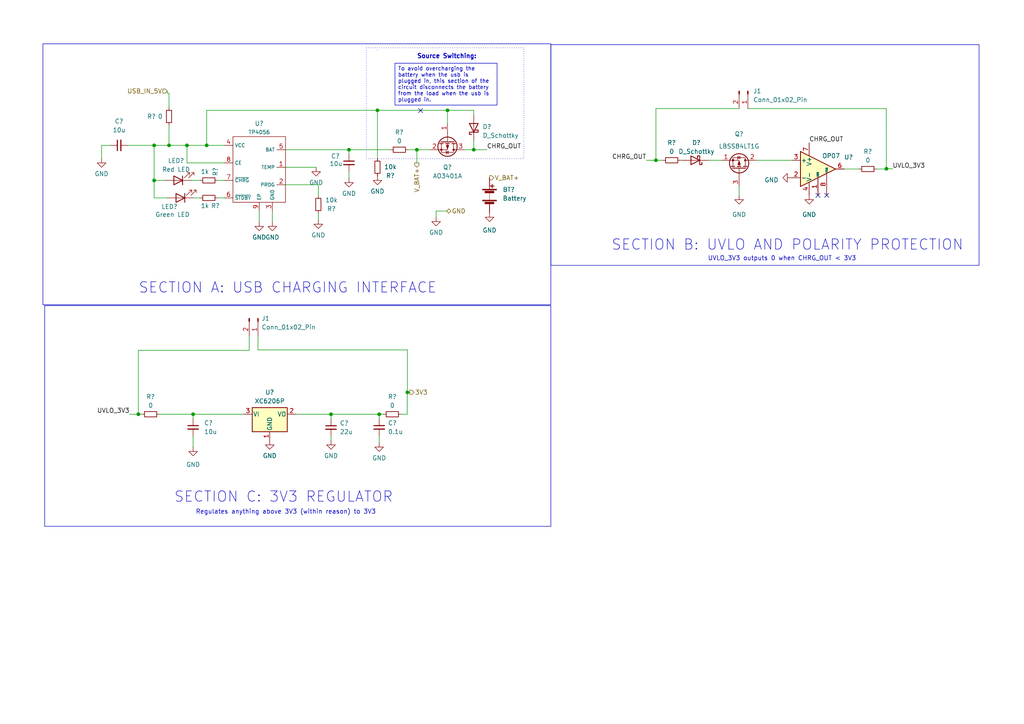
<source format=kicad_sch>
(kicad_sch (version 20230121) (generator eeschema)

  (uuid 9518a89f-42c8-4f0b-818e-9ddc6754f3b2)

  (paper "A4")

  (title_block
    (title "Power Subsystem")
    (date "2023-03-13")
    (rev "v0.0.1")
    (company "Group 3")
    (comment 1 "Author: Adrian Mc Intosh")
  )

  (lib_symbols
    (symbol "Amplifier_Operational:OP07" (pin_names (offset 0.127)) (in_bom yes) (on_board yes)
      (property "Reference" "U" (at 1.27 6.35 0)
        (effects (font (size 1.27 1.27)) (justify left))
      )
      (property "Value" "OP07" (at 1.27 3.81 0)
        (effects (font (size 1.27 1.27)) (justify left))
      )
      (property "Footprint" "" (at 1.27 1.27 0)
        (effects (font (size 1.27 1.27)) hide)
      )
      (property "Datasheet" "https://www.analog.com/media/en/technical-documentation/data-sheets/OP07.pdf" (at 1.27 3.81 0)
        (effects (font (size 1.27 1.27)) hide)
      )
      (property "ki_keywords" "single opamp" (at 0 0 0)
        (effects (font (size 1.27 1.27)) hide)
      )
      (property "ki_description" "Single Ultra-Low Offset Voltage Operational Amplifier, DIP-8/SOIC-8" (at 0 0 0)
        (effects (font (size 1.27 1.27)) hide)
      )
      (property "ki_fp_filters" "DIP*W7.62mm* SOIC*3.9x4.9mm*P1.27mm* TO*99*" (at 0 0 0)
        (effects (font (size 1.27 1.27)) hide)
      )
      (symbol "OP07_0_1"
        (polyline
          (pts
            (xy -5.08 5.08)
            (xy 5.08 0)
            (xy -5.08 -5.08)
            (xy -5.08 5.08)
          )
          (stroke (width 0.254) (type default))
          (fill (type background))
        )
      )
      (symbol "OP07_1_1"
        (pin input line (at 0 -7.62 90) (length 5.08)
          (name "VOS" (effects (font (size 0.508 0.508))))
          (number "1" (effects (font (size 1.27 1.27))))
        )
        (pin input line (at -7.62 -2.54 0) (length 2.54)
          (name "-" (effects (font (size 1.27 1.27))))
          (number "2" (effects (font (size 1.27 1.27))))
        )
        (pin input line (at -7.62 2.54 0) (length 2.54)
          (name "+" (effects (font (size 1.27 1.27))))
          (number "3" (effects (font (size 1.27 1.27))))
        )
        (pin power_in line (at -2.54 -7.62 90) (length 3.81)
          (name "V-" (effects (font (size 1.27 1.27))))
          (number "4" (effects (font (size 1.27 1.27))))
        )
        (pin no_connect line (at 0 2.54 270) (length 2.54) hide
          (name "NC" (effects (font (size 1.27 1.27))))
          (number "5" (effects (font (size 1.27 1.27))))
        )
        (pin output line (at 7.62 0 180) (length 2.54)
          (name "~" (effects (font (size 1.27 1.27))))
          (number "6" (effects (font (size 1.27 1.27))))
        )
        (pin power_in line (at -2.54 7.62 270) (length 3.81)
          (name "V+" (effects (font (size 1.27 1.27))))
          (number "7" (effects (font (size 1.27 1.27))))
        )
        (pin input line (at 2.54 -7.62 90) (length 6.35)
          (name "VOS" (effects (font (size 0.508 0.508))))
          (number "8" (effects (font (size 1.27 1.27))))
        )
      )
    )
    (symbol "Connector:Conn_01x02_Pin" (pin_names (offset 1.016) hide) (in_bom yes) (on_board yes)
      (property "Reference" "J" (at 0 2.54 0)
        (effects (font (size 1.27 1.27)))
      )
      (property "Value" "Conn_01x02_Pin" (at 0 -5.08 0)
        (effects (font (size 1.27 1.27)))
      )
      (property "Footprint" "" (at 0 0 0)
        (effects (font (size 1.27 1.27)) hide)
      )
      (property "Datasheet" "~" (at 0 0 0)
        (effects (font (size 1.27 1.27)) hide)
      )
      (property "ki_locked" "" (at 0 0 0)
        (effects (font (size 1.27 1.27)))
      )
      (property "ki_keywords" "connector" (at 0 0 0)
        (effects (font (size 1.27 1.27)) hide)
      )
      (property "ki_description" "Generic connector, single row, 01x02, script generated" (at 0 0 0)
        (effects (font (size 1.27 1.27)) hide)
      )
      (property "ki_fp_filters" "Connector*:*_1x??_*" (at 0 0 0)
        (effects (font (size 1.27 1.27)) hide)
      )
      (symbol "Conn_01x02_Pin_1_1"
        (polyline
          (pts
            (xy 1.27 -2.54)
            (xy 0.8636 -2.54)
          )
          (stroke (width 0.1524) (type default))
          (fill (type none))
        )
        (polyline
          (pts
            (xy 1.27 0)
            (xy 0.8636 0)
          )
          (stroke (width 0.1524) (type default))
          (fill (type none))
        )
        (rectangle (start 0.8636 -2.413) (end 0 -2.667)
          (stroke (width 0.1524) (type default))
          (fill (type outline))
        )
        (rectangle (start 0.8636 0.127) (end 0 -0.127)
          (stroke (width 0.1524) (type default))
          (fill (type outline))
        )
        (pin passive line (at 5.08 0 180) (length 3.81)
          (name "Pin_1" (effects (font (size 1.27 1.27))))
          (number "1" (effects (font (size 1.27 1.27))))
        )
        (pin passive line (at 5.08 -2.54 180) (length 3.81)
          (name "Pin_2" (effects (font (size 1.27 1.27))))
          (number "2" (effects (font (size 1.27 1.27))))
        )
      )
    )
    (symbol "Device:Battery" (pin_numbers hide) (pin_names (offset 0) hide) (in_bom yes) (on_board yes)
      (property "Reference" "BT" (at 2.54 2.54 0)
        (effects (font (size 1.27 1.27)) (justify left))
      )
      (property "Value" "Battery" (at 2.54 0 0)
        (effects (font (size 1.27 1.27)) (justify left))
      )
      (property "Footprint" "" (at 0 1.524 90)
        (effects (font (size 1.27 1.27)) hide)
      )
      (property "Datasheet" "~" (at 0 1.524 90)
        (effects (font (size 1.27 1.27)) hide)
      )
      (property "ki_keywords" "batt voltage-source cell" (at 0 0 0)
        (effects (font (size 1.27 1.27)) hide)
      )
      (property "ki_description" "Multiple-cell battery" (at 0 0 0)
        (effects (font (size 1.27 1.27)) hide)
      )
      (symbol "Battery_0_1"
        (rectangle (start -2.032 -1.397) (end 2.032 -1.651)
          (stroke (width 0) (type default))
          (fill (type outline))
        )
        (rectangle (start -2.032 1.778) (end 2.032 1.524)
          (stroke (width 0) (type default))
          (fill (type outline))
        )
        (rectangle (start -1.3208 -1.9812) (end 1.27 -2.4892)
          (stroke (width 0) (type default))
          (fill (type outline))
        )
        (rectangle (start -1.3208 1.1938) (end 1.27 0.6858)
          (stroke (width 0) (type default))
          (fill (type outline))
        )
        (polyline
          (pts
            (xy 0 -1.524)
            (xy 0 -1.27)
          )
          (stroke (width 0) (type default))
          (fill (type none))
        )
        (polyline
          (pts
            (xy 0 -1.016)
            (xy 0 -0.762)
          )
          (stroke (width 0) (type default))
          (fill (type none))
        )
        (polyline
          (pts
            (xy 0 -0.508)
            (xy 0 -0.254)
          )
          (stroke (width 0) (type default))
          (fill (type none))
        )
        (polyline
          (pts
            (xy 0 0)
            (xy 0 0.254)
          )
          (stroke (width 0) (type default))
          (fill (type none))
        )
        (polyline
          (pts
            (xy 0 0.508)
            (xy 0 0.762)
          )
          (stroke (width 0) (type default))
          (fill (type none))
        )
        (polyline
          (pts
            (xy 0 1.778)
            (xy 0 2.54)
          )
          (stroke (width 0) (type default))
          (fill (type none))
        )
        (polyline
          (pts
            (xy 0.254 2.667)
            (xy 1.27 2.667)
          )
          (stroke (width 0.254) (type default))
          (fill (type none))
        )
        (polyline
          (pts
            (xy 0.762 3.175)
            (xy 0.762 2.159)
          )
          (stroke (width 0.254) (type default))
          (fill (type none))
        )
      )
      (symbol "Battery_1_1"
        (pin passive line (at 0 5.08 270) (length 2.54)
          (name "+" (effects (font (size 1.27 1.27))))
          (number "1" (effects (font (size 1.27 1.27))))
        )
        (pin passive line (at 0 -5.08 90) (length 2.54)
          (name "-" (effects (font (size 1.27 1.27))))
          (number "2" (effects (font (size 1.27 1.27))))
        )
      )
    )
    (symbol "Device:C_Small" (pin_numbers hide) (pin_names (offset 0.254) hide) (in_bom yes) (on_board yes)
      (property "Reference" "C" (at 0.254 1.778 0)
        (effects (font (size 1.27 1.27)) (justify left))
      )
      (property "Value" "C_Small" (at 0.254 -2.032 0)
        (effects (font (size 1.27 1.27)) (justify left))
      )
      (property "Footprint" "" (at 0 0 0)
        (effects (font (size 1.27 1.27)) hide)
      )
      (property "Datasheet" "~" (at 0 0 0)
        (effects (font (size 1.27 1.27)) hide)
      )
      (property "ki_keywords" "capacitor cap" (at 0 0 0)
        (effects (font (size 1.27 1.27)) hide)
      )
      (property "ki_description" "Unpolarized capacitor, small symbol" (at 0 0 0)
        (effects (font (size 1.27 1.27)) hide)
      )
      (property "ki_fp_filters" "C_*" (at 0 0 0)
        (effects (font (size 1.27 1.27)) hide)
      )
      (symbol "C_Small_0_1"
        (polyline
          (pts
            (xy -1.524 -0.508)
            (xy 1.524 -0.508)
          )
          (stroke (width 0.3302) (type default))
          (fill (type none))
        )
        (polyline
          (pts
            (xy -1.524 0.508)
            (xy 1.524 0.508)
          )
          (stroke (width 0.3048) (type default))
          (fill (type none))
        )
      )
      (symbol "C_Small_1_1"
        (pin passive line (at 0 2.54 270) (length 2.032)
          (name "~" (effects (font (size 1.27 1.27))))
          (number "1" (effects (font (size 1.27 1.27))))
        )
        (pin passive line (at 0 -2.54 90) (length 2.032)
          (name "~" (effects (font (size 1.27 1.27))))
          (number "2" (effects (font (size 1.27 1.27))))
        )
      )
    )
    (symbol "Device:D_Schottky" (pin_numbers hide) (pin_names (offset 1.016) hide) (in_bom yes) (on_board yes)
      (property "Reference" "D" (at 0 2.54 0)
        (effects (font (size 1.27 1.27)))
      )
      (property "Value" "D_Schottky" (at 0 -2.54 0)
        (effects (font (size 1.27 1.27)))
      )
      (property "Footprint" "" (at 0 0 0)
        (effects (font (size 1.27 1.27)) hide)
      )
      (property "Datasheet" "~" (at 0 0 0)
        (effects (font (size 1.27 1.27)) hide)
      )
      (property "ki_keywords" "diode Schottky" (at 0 0 0)
        (effects (font (size 1.27 1.27)) hide)
      )
      (property "ki_description" "Schottky diode" (at 0 0 0)
        (effects (font (size 1.27 1.27)) hide)
      )
      (property "ki_fp_filters" "TO-???* *_Diode_* *SingleDiode* D_*" (at 0 0 0)
        (effects (font (size 1.27 1.27)) hide)
      )
      (symbol "D_Schottky_0_1"
        (polyline
          (pts
            (xy 1.27 0)
            (xy -1.27 0)
          )
          (stroke (width 0) (type default))
          (fill (type none))
        )
        (polyline
          (pts
            (xy 1.27 1.27)
            (xy 1.27 -1.27)
            (xy -1.27 0)
            (xy 1.27 1.27)
          )
          (stroke (width 0.254) (type default))
          (fill (type none))
        )
        (polyline
          (pts
            (xy -1.905 0.635)
            (xy -1.905 1.27)
            (xy -1.27 1.27)
            (xy -1.27 -1.27)
            (xy -0.635 -1.27)
            (xy -0.635 -0.635)
          )
          (stroke (width 0.254) (type default))
          (fill (type none))
        )
      )
      (symbol "D_Schottky_1_1"
        (pin passive line (at -3.81 0 0) (length 2.54)
          (name "K" (effects (font (size 1.27 1.27))))
          (number "1" (effects (font (size 1.27 1.27))))
        )
        (pin passive line (at 3.81 0 180) (length 2.54)
          (name "A" (effects (font (size 1.27 1.27))))
          (number "2" (effects (font (size 1.27 1.27))))
        )
      )
    )
    (symbol "Device:LED" (pin_numbers hide) (pin_names (offset 1.016) hide) (in_bom yes) (on_board yes)
      (property "Reference" "D" (at 0 2.54 0)
        (effects (font (size 1.27 1.27)))
      )
      (property "Value" "LED" (at 0 -2.54 0)
        (effects (font (size 1.27 1.27)))
      )
      (property "Footprint" "" (at 0 0 0)
        (effects (font (size 1.27 1.27)) hide)
      )
      (property "Datasheet" "~" (at 0 0 0)
        (effects (font (size 1.27 1.27)) hide)
      )
      (property "ki_keywords" "LED diode" (at 0 0 0)
        (effects (font (size 1.27 1.27)) hide)
      )
      (property "ki_description" "Light emitting diode" (at 0 0 0)
        (effects (font (size 1.27 1.27)) hide)
      )
      (property "ki_fp_filters" "LED* LED_SMD:* LED_THT:*" (at 0 0 0)
        (effects (font (size 1.27 1.27)) hide)
      )
      (symbol "LED_0_1"
        (polyline
          (pts
            (xy -1.27 -1.27)
            (xy -1.27 1.27)
          )
          (stroke (width 0.254) (type default))
          (fill (type none))
        )
        (polyline
          (pts
            (xy -1.27 0)
            (xy 1.27 0)
          )
          (stroke (width 0) (type default))
          (fill (type none))
        )
        (polyline
          (pts
            (xy 1.27 -1.27)
            (xy 1.27 1.27)
            (xy -1.27 0)
            (xy 1.27 -1.27)
          )
          (stroke (width 0.254) (type default))
          (fill (type none))
        )
        (polyline
          (pts
            (xy -3.048 -0.762)
            (xy -4.572 -2.286)
            (xy -3.81 -2.286)
            (xy -4.572 -2.286)
            (xy -4.572 -1.524)
          )
          (stroke (width 0) (type default))
          (fill (type none))
        )
        (polyline
          (pts
            (xy -1.778 -0.762)
            (xy -3.302 -2.286)
            (xy -2.54 -2.286)
            (xy -3.302 -2.286)
            (xy -3.302 -1.524)
          )
          (stroke (width 0) (type default))
          (fill (type none))
        )
      )
      (symbol "LED_1_1"
        (pin passive line (at -3.81 0 0) (length 2.54)
          (name "K" (effects (font (size 1.27 1.27))))
          (number "1" (effects (font (size 1.27 1.27))))
        )
        (pin passive line (at 3.81 0 180) (length 2.54)
          (name "A" (effects (font (size 1.27 1.27))))
          (number "2" (effects (font (size 1.27 1.27))))
        )
      )
    )
    (symbol "Device:Q_PMOS_SDG" (pin_names (offset 0) hide) (in_bom yes) (on_board yes)
      (property "Reference" "Q" (at 5.08 1.27 0)
        (effects (font (size 1.27 1.27)) (justify left))
      )
      (property "Value" "Q_PMOS_SDG" (at 5.08 -1.27 0)
        (effects (font (size 1.27 1.27)) (justify left))
      )
      (property "Footprint" "" (at 5.08 2.54 0)
        (effects (font (size 1.27 1.27)) hide)
      )
      (property "Datasheet" "~" (at 0 0 0)
        (effects (font (size 1.27 1.27)) hide)
      )
      (property "ki_keywords" "transistor PMOS P-MOS P-MOSFET" (at 0 0 0)
        (effects (font (size 1.27 1.27)) hide)
      )
      (property "ki_description" "P-MOSFET transistor, source/drain/gate" (at 0 0 0)
        (effects (font (size 1.27 1.27)) hide)
      )
      (symbol "Q_PMOS_SDG_0_1"
        (polyline
          (pts
            (xy 0.254 0)
            (xy -2.54 0)
          )
          (stroke (width 0) (type default))
          (fill (type none))
        )
        (polyline
          (pts
            (xy 0.254 1.905)
            (xy 0.254 -1.905)
          )
          (stroke (width 0.254) (type default))
          (fill (type none))
        )
        (polyline
          (pts
            (xy 0.762 -1.27)
            (xy 0.762 -2.286)
          )
          (stroke (width 0.254) (type default))
          (fill (type none))
        )
        (polyline
          (pts
            (xy 0.762 0.508)
            (xy 0.762 -0.508)
          )
          (stroke (width 0.254) (type default))
          (fill (type none))
        )
        (polyline
          (pts
            (xy 0.762 2.286)
            (xy 0.762 1.27)
          )
          (stroke (width 0.254) (type default))
          (fill (type none))
        )
        (polyline
          (pts
            (xy 2.54 2.54)
            (xy 2.54 1.778)
          )
          (stroke (width 0) (type default))
          (fill (type none))
        )
        (polyline
          (pts
            (xy 2.54 -2.54)
            (xy 2.54 0)
            (xy 0.762 0)
          )
          (stroke (width 0) (type default))
          (fill (type none))
        )
        (polyline
          (pts
            (xy 0.762 1.778)
            (xy 3.302 1.778)
            (xy 3.302 -1.778)
            (xy 0.762 -1.778)
          )
          (stroke (width 0) (type default))
          (fill (type none))
        )
        (polyline
          (pts
            (xy 2.286 0)
            (xy 1.27 0.381)
            (xy 1.27 -0.381)
            (xy 2.286 0)
          )
          (stroke (width 0) (type default))
          (fill (type outline))
        )
        (polyline
          (pts
            (xy 2.794 -0.508)
            (xy 2.921 -0.381)
            (xy 3.683 -0.381)
            (xy 3.81 -0.254)
          )
          (stroke (width 0) (type default))
          (fill (type none))
        )
        (polyline
          (pts
            (xy 3.302 -0.381)
            (xy 2.921 0.254)
            (xy 3.683 0.254)
            (xy 3.302 -0.381)
          )
          (stroke (width 0) (type default))
          (fill (type none))
        )
        (circle (center 1.651 0) (radius 2.794)
          (stroke (width 0.254) (type default))
          (fill (type none))
        )
        (circle (center 2.54 -1.778) (radius 0.254)
          (stroke (width 0) (type default))
          (fill (type outline))
        )
        (circle (center 2.54 1.778) (radius 0.254)
          (stroke (width 0) (type default))
          (fill (type outline))
        )
      )
      (symbol "Q_PMOS_SDG_1_1"
        (pin passive line (at 2.54 -5.08 90) (length 2.54)
          (name "S" (effects (font (size 1.27 1.27))))
          (number "1" (effects (font (size 1.27 1.27))))
        )
        (pin passive line (at 2.54 5.08 270) (length 2.54)
          (name "D" (effects (font (size 1.27 1.27))))
          (number "2" (effects (font (size 1.27 1.27))))
        )
        (pin input line (at -5.08 0 0) (length 2.54)
          (name "G" (effects (font (size 1.27 1.27))))
          (number "3" (effects (font (size 1.27 1.27))))
        )
      )
    )
    (symbol "Device:R_Small" (pin_numbers hide) (pin_names (offset 0.254) hide) (in_bom yes) (on_board yes)
      (property "Reference" "R" (at 0.762 0.508 0)
        (effects (font (size 1.27 1.27)) (justify left))
      )
      (property "Value" "R_Small" (at 0.762 -1.016 0)
        (effects (font (size 1.27 1.27)) (justify left))
      )
      (property "Footprint" "" (at 0 0 0)
        (effects (font (size 1.27 1.27)) hide)
      )
      (property "Datasheet" "~" (at 0 0 0)
        (effects (font (size 1.27 1.27)) hide)
      )
      (property "ki_keywords" "R resistor" (at 0 0 0)
        (effects (font (size 1.27 1.27)) hide)
      )
      (property "ki_description" "Resistor, small symbol" (at 0 0 0)
        (effects (font (size 1.27 1.27)) hide)
      )
      (property "ki_fp_filters" "R_*" (at 0 0 0)
        (effects (font (size 1.27 1.27)) hide)
      )
      (symbol "R_Small_0_1"
        (rectangle (start -0.762 1.778) (end 0.762 -1.778)
          (stroke (width 0.2032) (type default))
          (fill (type none))
        )
      )
      (symbol "R_Small_1_1"
        (pin passive line (at 0 2.54 270) (length 0.762)
          (name "~" (effects (font (size 1.27 1.27))))
          (number "1" (effects (font (size 1.27 1.27))))
        )
        (pin passive line (at 0 -2.54 90) (length 0.762)
          (name "~" (effects (font (size 1.27 1.27))))
          (number "2" (effects (font (size 1.27 1.27))))
        )
      )
    )
    (symbol "Regulator_Linear:XC6206PxxxMR" (pin_names (offset 0.254)) (in_bom yes) (on_board yes)
      (property "Reference" "U" (at -3.81 3.175 0)
        (effects (font (size 1.27 1.27)))
      )
      (property "Value" "XC6206PxxxMR" (at 0 3.175 0)
        (effects (font (size 1.27 1.27)) (justify left))
      )
      (property "Footprint" "Package_TO_SOT_SMD:SOT-23-3" (at 0 5.715 0)
        (effects (font (size 1.27 1.27) italic) hide)
      )
      (property "Datasheet" "https://www.torexsemi.com/file/xc6206/XC6206.pdf" (at 0 0 0)
        (effects (font (size 1.27 1.27)) hide)
      )
      (property "ki_keywords" "Torex LDO Voltage Regulator Fixed Positive" (at 0 0 0)
        (effects (font (size 1.27 1.27)) hide)
      )
      (property "ki_description" "Positive 60-250mA Low Dropout Regulator, Fixed Output, SOT-23" (at 0 0 0)
        (effects (font (size 1.27 1.27)) hide)
      )
      (property "ki_fp_filters" "SOT?23?3*" (at 0 0 0)
        (effects (font (size 1.27 1.27)) hide)
      )
      (symbol "XC6206PxxxMR_0_1"
        (rectangle (start -5.08 1.905) (end 5.08 -5.08)
          (stroke (width 0.254) (type default))
          (fill (type background))
        )
      )
      (symbol "XC6206PxxxMR_1_1"
        (pin power_in line (at 0 -7.62 90) (length 2.54)
          (name "GND" (effects (font (size 1.27 1.27))))
          (number "1" (effects (font (size 1.27 1.27))))
        )
        (pin power_out line (at 7.62 0 180) (length 2.54)
          (name "VO" (effects (font (size 1.27 1.27))))
          (number "2" (effects (font (size 1.27 1.27))))
        )
        (pin power_in line (at -7.62 0 0) (length 2.54)
          (name "VI" (effects (font (size 1.27 1.27))))
          (number "3" (effects (font (size 1.27 1.27))))
        )
      )
    )
    (symbol "Transistor_FET:AO3401A" (pin_names hide) (in_bom yes) (on_board yes)
      (property "Reference" "Q" (at 5.08 1.905 0)
        (effects (font (size 1.27 1.27)) (justify left))
      )
      (property "Value" "AO3401A" (at 5.08 0 0)
        (effects (font (size 1.27 1.27)) (justify left))
      )
      (property "Footprint" "Package_TO_SOT_SMD:SOT-23" (at 5.08 -1.905 0)
        (effects (font (size 1.27 1.27) italic) (justify left) hide)
      )
      (property "Datasheet" "http://www.aosmd.com/pdfs/datasheet/AO3401A.pdf" (at 0 0 0)
        (effects (font (size 1.27 1.27)) (justify left) hide)
      )
      (property "ki_keywords" "P-Channel MOSFET" (at 0 0 0)
        (effects (font (size 1.27 1.27)) hide)
      )
      (property "ki_description" "-4.0A Id, -30V Vds, P-Channel MOSFET, SOT-23" (at 0 0 0)
        (effects (font (size 1.27 1.27)) hide)
      )
      (property "ki_fp_filters" "SOT?23*" (at 0 0 0)
        (effects (font (size 1.27 1.27)) hide)
      )
      (symbol "AO3401A_0_1"
        (polyline
          (pts
            (xy 0.254 0)
            (xy -2.54 0)
          )
          (stroke (width 0) (type default))
          (fill (type none))
        )
        (polyline
          (pts
            (xy 0.254 1.905)
            (xy 0.254 -1.905)
          )
          (stroke (width 0.254) (type default))
          (fill (type none))
        )
        (polyline
          (pts
            (xy 0.762 -1.27)
            (xy 0.762 -2.286)
          )
          (stroke (width 0.254) (type default))
          (fill (type none))
        )
        (polyline
          (pts
            (xy 0.762 0.508)
            (xy 0.762 -0.508)
          )
          (stroke (width 0.254) (type default))
          (fill (type none))
        )
        (polyline
          (pts
            (xy 0.762 2.286)
            (xy 0.762 1.27)
          )
          (stroke (width 0.254) (type default))
          (fill (type none))
        )
        (polyline
          (pts
            (xy 2.54 2.54)
            (xy 2.54 1.778)
          )
          (stroke (width 0) (type default))
          (fill (type none))
        )
        (polyline
          (pts
            (xy 2.54 -2.54)
            (xy 2.54 0)
            (xy 0.762 0)
          )
          (stroke (width 0) (type default))
          (fill (type none))
        )
        (polyline
          (pts
            (xy 0.762 1.778)
            (xy 3.302 1.778)
            (xy 3.302 -1.778)
            (xy 0.762 -1.778)
          )
          (stroke (width 0) (type default))
          (fill (type none))
        )
        (polyline
          (pts
            (xy 2.286 0)
            (xy 1.27 0.381)
            (xy 1.27 -0.381)
            (xy 2.286 0)
          )
          (stroke (width 0) (type default))
          (fill (type outline))
        )
        (polyline
          (pts
            (xy 2.794 -0.508)
            (xy 2.921 -0.381)
            (xy 3.683 -0.381)
            (xy 3.81 -0.254)
          )
          (stroke (width 0) (type default))
          (fill (type none))
        )
        (polyline
          (pts
            (xy 3.302 -0.381)
            (xy 2.921 0.254)
            (xy 3.683 0.254)
            (xy 3.302 -0.381)
          )
          (stroke (width 0) (type default))
          (fill (type none))
        )
        (circle (center 1.651 0) (radius 2.794)
          (stroke (width 0.254) (type default))
          (fill (type none))
        )
        (circle (center 2.54 -1.778) (radius 0.254)
          (stroke (width 0) (type default))
          (fill (type outline))
        )
        (circle (center 2.54 1.778) (radius 0.254)
          (stroke (width 0) (type default))
          (fill (type outline))
        )
      )
      (symbol "AO3401A_1_1"
        (pin input line (at -5.08 0 0) (length 2.54)
          (name "G" (effects (font (size 1.27 1.27))))
          (number "1" (effects (font (size 1.27 1.27))))
        )
        (pin passive line (at 2.54 -5.08 90) (length 2.54)
          (name "S" (effects (font (size 1.27 1.27))))
          (number "2" (effects (font (size 1.27 1.27))))
        )
        (pin passive line (at 2.54 5.08 270) (length 2.54)
          (name "D" (effects (font (size 1.27 1.27))))
          (number "3" (effects (font (size 1.27 1.27))))
        )
      )
    )
    (symbol "power:GND" (power) (pin_names (offset 0)) (in_bom yes) (on_board yes)
      (property "Reference" "#PWR" (at 0 -6.35 0)
        (effects (font (size 1.27 1.27)) hide)
      )
      (property "Value" "GND" (at 0 -3.81 0)
        (effects (font (size 1.27 1.27)))
      )
      (property "Footprint" "" (at 0 0 0)
        (effects (font (size 1.27 1.27)) hide)
      )
      (property "Datasheet" "" (at 0 0 0)
        (effects (font (size 1.27 1.27)) hide)
      )
      (property "ki_keywords" "global power" (at 0 0 0)
        (effects (font (size 1.27 1.27)) hide)
      )
      (property "ki_description" "Power symbol creates a global label with name \"GND\" , ground" (at 0 0 0)
        (effects (font (size 1.27 1.27)) hide)
      )
      (symbol "GND_0_1"
        (polyline
          (pts
            (xy 0 0)
            (xy 0 -1.27)
            (xy 1.27 -1.27)
            (xy 0 -2.54)
            (xy -1.27 -1.27)
            (xy 0 -1.27)
          )
          (stroke (width 0) (type default))
          (fill (type none))
        )
      )
      (symbol "GND_1_1"
        (pin power_in line (at 0 0 270) (length 0) hide
          (name "GND" (effects (font (size 1.27 1.27))))
          (number "1" (effects (font (size 1.27 1.27))))
        )
      )
    )
    (symbol "tp4056:TP4056" (in_bom yes) (on_board yes)
      (property "Reference" "U1" (at 7.62 22.86 0)
        (effects (font (size 1.27 1.27)))
      )
      (property "Value" "TP4056" (at 7.62 20.32 0)
        (effects (font (size 1.1 1.1)))
      )
      (property "Footprint" "Package_SO:SOIC-8-1EP_3.9x4.9mm_P1.27mm_EP2.29x3mm" (at 0 0 0)
        (effects (font (size 1.27 1.27)) hide)
      )
      (property "Datasheet" "" (at 0 0 0)
        (effects (font (size 1.27 1.27)) hide)
      )
      (property "ki_description" "TP4056" (at 0 0 0)
        (effects (font (size 1.27 1.27)) hide)
      )
      (symbol "TP4056_0_1"
        (rectangle (start 0 19.05) (end 15.24 0)
          (stroke (width 0) (type default))
          (fill (type none))
        )
      )
      (symbol "TP4056_1_1"
        (pin input line (at 15.24 10.16 180) (length 2.54)
          (name "TEMP" (effects (font (size 1 1))))
          (number "1" (effects (font (size 1.27 1.27))))
        )
        (pin input line (at 15.24 5.08 180) (length 2.54)
          (name "PROG" (effects (font (size 1 1))))
          (number "2" (effects (font (size 1.27 1.27))))
        )
        (pin input line (at 11.43 -2.54 90) (length 2.54)
          (name "GND" (effects (font (size 1 1))))
          (number "3" (effects (font (size 1.27 1.27))))
        )
        (pin input line (at -2.54 16.51 0) (length 2.54)
          (name "VCC" (effects (font (size 1 1))))
          (number "4" (effects (font (size 1.27 1.27))))
        )
        (pin input line (at 15.24 15.24 180) (length 2.54)
          (name "BAT" (effects (font (size 1 1))))
          (number "5" (effects (font (size 1.27 1.27))))
        )
        (pin input line (at -2.54 1.27 0) (length 2.54)
          (name "~{STDBY}" (effects (font (size 1 1))))
          (number "6" (effects (font (size 1.27 1.27))))
        )
        (pin input line (at -2.54 6.35 0) (length 2.54)
          (name "~{CHRG}" (effects (font (size 1 1))))
          (number "7" (effects (font (size 1.27 1.27))))
        )
        (pin input line (at -2.54 11.43 0) (length 2.54)
          (name "CE" (effects (font (size 1 1))))
          (number "8" (effects (font (size 1.27 1.27))))
        )
        (pin input line (at 7.62 -2.54 90) (length 2.54)
          (name "EP" (effects (font (size 1 1))))
          (number "9" (effects (font (size 1.27 1.27))))
        )
      )
    )
  )

  (junction (at 257.0988 48.9458) (diameter 0) (color 0 0 0 0)
    (uuid 0e3c2d17-07e8-4ee6-acaa-a6df9ecce094)
  )
  (junction (at 54.229 42.164) (diameter 0) (color 0 0 0 0)
    (uuid 21d3bbca-34fc-470b-a4f7-a49ab01e322a)
  )
  (junction (at 118.1608 113.792) (diameter 0) (color 0 0 0 0)
    (uuid 23b966a0-334d-42ce-bc78-361b42aa9a11)
  )
  (junction (at 137.414 43.434) (diameter 0) (color 0 0 0 0)
    (uuid 2e59696c-abb9-4b96-a1d4-e23f49267985)
  )
  (junction (at 40.132 120.142) (diameter 0) (color 0 0 0 0)
    (uuid 3a630372-e7a8-4a93-be05-123c5e3e666c)
  )
  (junction (at 109.982 120.142) (diameter 0) (color 0 0 0 0)
    (uuid 3c8bf327-d70b-48f8-9dbc-d8f20e10da06)
  )
  (junction (at 109.474 32.004) (diameter 0) (color 0 0 0 0)
    (uuid 5d3dd677-d7cc-4813-9b98-0a61c13e1ffd)
  )
  (junction (at 96.012 120.142) (diameter 0) (color 0 0 0 0)
    (uuid 60089af6-5bae-4de2-8b59-01b420075b8e)
  )
  (junction (at 56.007 120.142) (diameter 0) (color 0 0 0 0)
    (uuid 709df606-addd-4d32-a240-13d1e6e158e0)
  )
  (junction (at 49.022 42.164) (diameter 0) (color 0 0 0 0)
    (uuid 74a40408-df94-45b2-9c9b-6d1926c752bd)
  )
  (junction (at 120.904 43.434) (diameter 0) (color 0 0 0 0)
    (uuid 76d54b8a-34b5-4e50-8c79-ae1a7d81f662)
  )
  (junction (at 44.704 42.164) (diameter 0) (color 0 0 0 0)
    (uuid 96a494d9-fd3c-421e-b6af-2514ddafad3d)
  )
  (junction (at 44.704 52.324) (diameter 0) (color 0 0 0 0)
    (uuid ab278e64-6a02-4570-a1f2-99a24cdb56a9)
  )
  (junction (at 59.944 42.164) (diameter 0) (color 0 0 0 0)
    (uuid c3f694a0-e675-48cb-bea1-fef31e14ad78)
  )
  (junction (at 190.246 46.482) (diameter 0) (color 0 0 0 0)
    (uuid cf112dc2-b230-4459-9e19-0e037b61e4ba)
  )
  (junction (at 101.219 43.434) (diameter 0) (color 0 0 0 0)
    (uuid dfb107d9-e002-4673-b703-5b0ecbf3fd99)
  )
  (junction (at 129.794 32.004) (diameter 0) (color 0 0 0 0)
    (uuid ed309dd0-47d6-4b67-910c-34f3ec6f87e8)
  )

  (no_connect (at 121.9708 32.0548) (uuid 26dad063-01ad-473e-a7bb-59ad050b4b15))
  (no_connect (at 239.776 56.642) (uuid 96b5b5b6-1d93-4d08-905d-c681f0d0f321))
  (no_connect (at 237.236 56.642) (uuid be8d7753-0957-4d0b-9a88-00f6088768fa))

  (wire (pts (xy 101.219 49.784) (xy 101.219 51.689))
    (stroke (width 0) (type default))
    (uuid 04320761-9c0b-403f-9658-aacdff254078)
  )
  (wire (pts (xy 197.358 46.482) (xy 197.866 46.482))
    (stroke (width 0) (type default))
    (uuid 05220e13-674c-4b2c-bcd4-409530819c61)
  )
  (wire (pts (xy 118.11 120.142) (xy 116.332 120.142))
    (stroke (width 0) (type default))
    (uuid 05991c34-ad05-4383-9c3c-774e7c8e2cb0)
  )
  (wire (pts (xy 109.474 32.004) (xy 109.474 45.974))
    (stroke (width 0) (type default))
    (uuid 0629b78f-66d0-4e28-86b8-55de88ffcb87)
  )
  (wire (pts (xy 49.022 42.164) (xy 54.229 42.164))
    (stroke (width 0) (type default))
    (uuid 06683da1-dcb4-4630-815e-b0f9c4effeb2)
  )
  (wire (pts (xy 244.856 49.022) (xy 249.174 49.022))
    (stroke (width 0) (type default))
    (uuid 0fd458db-fada-4c0c-baa7-32d807eacdf4)
  )
  (wire (pts (xy 137.414 40.894) (xy 137.414 43.434))
    (stroke (width 0) (type default))
    (uuid 10679b17-7690-4fac-9f88-7bf7fa94a867)
  )
  (wire (pts (xy 59.944 32.004) (xy 109.474 32.004))
    (stroke (width 0) (type default))
    (uuid 1176a4e2-d600-4a94-ae97-097c2297b63d)
  )
  (wire (pts (xy 134.874 43.434) (xy 137.414 43.434))
    (stroke (width 0) (type default))
    (uuid 11bd64e6-b11f-45bf-a457-31ab3be6feee)
  )
  (wire (pts (xy 82.804 43.434) (xy 101.219 43.434))
    (stroke (width 0) (type default))
    (uuid 1a0ef5cf-b851-4db2-ac15-7c1b0d7a5edd)
  )
  (wire (pts (xy 257.048 49.022) (xy 254.254 49.022))
    (stroke (width 0) (type default))
    (uuid 1c5ba031-3cd8-4f68-830c-1f4365a2135c)
  )
  (wire (pts (xy 137.414 43.434) (xy 141.224 43.434))
    (stroke (width 0) (type default))
    (uuid 1e85cc66-a419-4ccb-b0e4-343ecac93696)
  )
  (wire (pts (xy 92.329 61.849) (xy 92.329 63.754))
    (stroke (width 0) (type default))
    (uuid 22cee60f-418b-4668-bf0d-404a3055a538)
  )
  (wire (pts (xy 101.219 43.434) (xy 101.219 44.704))
    (stroke (width 0) (type default))
    (uuid 22def82e-eeaa-4046-82ea-91b24acfe82e)
  )
  (wire (pts (xy 216.916 31.496) (xy 257.048 31.496))
    (stroke (width 0) (type default))
    (uuid 2551dd9c-99fa-478e-9e4b-73dfac1db794)
  )
  (wire (pts (xy 137.414 32.004) (xy 137.414 33.274))
    (stroke (width 0) (type default))
    (uuid 3021a407-c2b7-41c4-ba0d-06c448746b7b)
  )
  (wire (pts (xy 59.944 42.164) (xy 65.024 42.164))
    (stroke (width 0) (type default))
    (uuid 318610cb-680f-42e0-8819-abe321c7bc02)
  )
  (wire (pts (xy 37.592 120.142) (xy 40.132 120.142))
    (stroke (width 0) (type default))
    (uuid 32261cf3-c77d-4817-b4e5-1c184ac0e699)
  )
  (wire (pts (xy 74.8284 97.4344) (xy 74.8284 101.4984))
    (stroke (width 0) (type default))
    (uuid 365a6a1e-dbfb-4720-b5fd-e1b3be7e945c)
  )
  (wire (pts (xy 54.229 42.164) (xy 54.229 47.244))
    (stroke (width 0) (type default))
    (uuid 3a05472c-7aca-4bef-a3a4-8ac4963291a3)
  )
  (wire (pts (xy 96.012 121.4486) (xy 96.012 120.142))
    (stroke (width 0) (type default))
    (uuid 3cf8ba4c-047e-4218-a5dc-110839a52998)
  )
  (wire (pts (xy 109.474 32.004) (xy 129.794 32.004))
    (stroke (width 0) (type default))
    (uuid 3d48744c-bce0-4d9d-8cc6-6e5d1807c741)
  )
  (wire (pts (xy 75.184 61.214) (xy 75.184 64.389))
    (stroke (width 0) (type default))
    (uuid 3e2073d7-9716-4d48-b83f-d4f1bbd658b7)
  )
  (wire (pts (xy 120.904 43.434) (xy 124.714 43.434))
    (stroke (width 0) (type default))
    (uuid 47737e3a-5c8c-4324-ba5e-c7a3d1facf0f)
  )
  (wire (pts (xy 44.704 42.164) (xy 44.704 52.324))
    (stroke (width 0) (type default))
    (uuid 4841cfd0-ea30-4e4d-9e16-9fbf1a6fa60f)
  )
  (wire (pts (xy 126.492 61.214) (xy 129.54 61.214))
    (stroke (width 0) (type default))
    (uuid 4ac51429-3ff2-4e67-b6ab-8fd77e537533)
  )
  (wire (pts (xy 258.8514 48.9458) (xy 257.0988 48.9458))
    (stroke (width 0) (type default))
    (uuid 4e0a3bea-5074-4150-93aa-9959afdd88b0)
  )
  (wire (pts (xy 56.007 126.492) (xy 56.007 129.667))
    (stroke (width 0) (type default))
    (uuid 53a77586-f4db-4d0f-98bd-d35b63894e51)
  )
  (wire (pts (xy 258.8514 49.0728) (xy 258.8514 48.9458))
    (stroke (width 0) (type default))
    (uuid 53cfd6cc-4037-47ad-b131-0b397bb12692)
  )
  (wire (pts (xy 40.132 101.6) (xy 40.132 120.142))
    (stroke (width 0) (type default))
    (uuid 5429c8d0-a844-4419-96fa-eb7443c79faf)
  )
  (wire (pts (xy 118.872 113.792) (xy 118.1608 113.792))
    (stroke (width 0) (type default))
    (uuid 554bda6b-23ad-45a4-96f1-e05c675abf28)
  )
  (wire (pts (xy 47.879 52.324) (xy 44.704 52.324))
    (stroke (width 0) (type default))
    (uuid 573bf6e9-5651-46f8-8e5d-38ea529774ff)
  )
  (wire (pts (xy 129.794 32.004) (xy 137.414 32.004))
    (stroke (width 0) (type default))
    (uuid 58008e0b-6a33-4de3-a48b-fc6c35b48c8c)
  )
  (wire (pts (xy 59.944 42.164) (xy 59.944 32.004))
    (stroke (width 0) (type default))
    (uuid 5f8f34df-0c27-4279-8656-40a2faf7a239)
  )
  (wire (pts (xy 44.704 42.164) (xy 49.022 42.164))
    (stroke (width 0) (type default))
    (uuid 60eee5a4-88a4-4ae0-8041-91a043d34d4b)
  )
  (wire (pts (xy 96.012 127.762) (xy 96.012 126.5286))
    (stroke (width 0) (type default))
    (uuid 61744e0f-384a-4045-95c7-c9d6947c6794)
  )
  (wire (pts (xy 56.007 120.142) (xy 56.007 121.412))
    (stroke (width 0) (type default))
    (uuid 618983da-b536-4aba-b8fd-9c3d2e00d567)
  )
  (wire (pts (xy 82.804 53.594) (xy 92.329 53.594))
    (stroke (width 0) (type default))
    (uuid 628b9f91-1cdb-4b6e-80fd-dab8baa927e7)
  )
  (wire (pts (xy 29.464 42.164) (xy 29.464 45.974))
    (stroke (width 0) (type default))
    (uuid 63a4b733-9ef2-44f8-839d-519b3a6fecb0)
  )
  (wire (pts (xy 129.794 32.004) (xy 129.794 35.814))
    (stroke (width 0) (type default))
    (uuid 65b4f36e-3b92-4d69-b7e2-9aab5bfa3444)
  )
  (wire (pts (xy 205.486 46.482) (xy 209.296 46.482))
    (stroke (width 0) (type default))
    (uuid 69e4ec86-05a2-4de6-9a78-0aac9bb279b9)
  )
  (wire (pts (xy 54.229 42.164) (xy 59.944 42.164))
    (stroke (width 0) (type default))
    (uuid 6a6fecce-85e6-45fa-9afd-b6c9d1d7c681)
  )
  (wire (pts (xy 118.364 43.434) (xy 120.904 43.434))
    (stroke (width 0) (type default))
    (uuid 6c25f4de-548c-4650-88c4-b1d02217971a)
  )
  (wire (pts (xy 85.852 120.142) (xy 96.012 120.142))
    (stroke (width 0) (type default))
    (uuid 716c6f09-f16c-4926-9b43-95239f6ebfb4)
  )
  (wire (pts (xy 118.1608 113.792) (xy 118.1608 101.4984))
    (stroke (width 0) (type default))
    (uuid 723716b0-9cc4-4c84-93ff-b44f2fa77021)
  )
  (wire (pts (xy 118.1608 113.792) (xy 118.11 113.792))
    (stroke (width 0) (type default))
    (uuid 758ce351-d321-43a0-a494-748cfa17e00b)
  )
  (wire (pts (xy 214.376 54.102) (xy 214.376 56.642))
    (stroke (width 0) (type default))
    (uuid 785cd28c-6105-4dd8-beb2-87091f6382f6)
  )
  (wire (pts (xy 58.039 52.324) (xy 55.499 52.324))
    (stroke (width 0) (type default))
    (uuid 78b7b11a-298e-456b-8b43-182edbaa056e)
  )
  (wire (pts (xy 109.982 120.142) (xy 109.982 121.412))
    (stroke (width 0) (type default))
    (uuid 7984c8f8-605f-4299-87b7-e896c047341a)
  )
  (wire (pts (xy 96.012 120.142) (xy 109.982 120.142))
    (stroke (width 0) (type default))
    (uuid 7c3a6a89-b68a-42a6-be25-18243cfb1f90)
  )
  (wire (pts (xy 29.464 42.164) (xy 32.004 42.164))
    (stroke (width 0) (type default))
    (uuid 7ccac1fa-0600-4cf2-99f5-499eeaa897ec)
  )
  (wire (pts (xy 37.084 42.164) (xy 44.704 42.164))
    (stroke (width 0) (type default))
    (uuid 7db127ea-7622-4c43-af0b-dcc89b1a12bb)
  )
  (wire (pts (xy 190.246 46.482) (xy 192.278 46.482))
    (stroke (width 0) (type default))
    (uuid 7ff746a2-e63b-469b-8842-69a8659826c4)
  )
  (wire (pts (xy 65.024 47.244) (xy 54.229 47.244))
    (stroke (width 0) (type default))
    (uuid 8097dc50-e6c0-4b3d-85b9-ca5e3b1a8498)
  )
  (wire (pts (xy 48.514 26.416) (xy 48.514 27.051))
    (stroke (width 0) (type default))
    (uuid 8110fc3f-2f52-4702-83c1-d1e04198a1a2)
  )
  (wire (pts (xy 63.119 57.404) (xy 65.024 57.404))
    (stroke (width 0) (type default))
    (uuid 84c21a94-8207-4e41-8a4f-cf9b1888dad4)
  )
  (wire (pts (xy 49.022 36.322) (xy 49.022 42.164))
    (stroke (width 0) (type default))
    (uuid 96e4ff06-586f-4434-b820-cb917a1952c7)
  )
  (wire (pts (xy 72.2884 97.4344) (xy 72.2884 101.6))
    (stroke (width 0) (type default))
    (uuid 9738f993-f6c3-467f-b283-e7263b327eb5)
  )
  (wire (pts (xy 118.11 120.142) (xy 118.11 113.792))
    (stroke (width 0) (type default))
    (uuid 9cf8481e-da0a-4ce6-8ae4-d7984c783cd0)
  )
  (wire (pts (xy 49.022 27.051) (xy 49.022 31.242))
    (stroke (width 0) (type default))
    (uuid 9cff0730-4ba2-4213-83b3-0906f689aa84)
  )
  (wire (pts (xy 126.492 62.992) (xy 126.492 61.214))
    (stroke (width 0) (type default))
    (uuid 9daccf7c-dba0-41f5-94bf-8750cc189e7f)
  )
  (wire (pts (xy 190.246 31.496) (xy 214.376 31.496))
    (stroke (width 0) (type default))
    (uuid a0466e4e-bd83-4aa6-be5f-11ddedc850cb)
  )
  (wire (pts (xy 56.007 120.142) (xy 70.612 120.142))
    (stroke (width 0) (type default))
    (uuid a7ba5c24-1c76-4f77-bcca-6e5665a09733)
  )
  (wire (pts (xy 72.2884 101.6) (xy 40.132 101.6))
    (stroke (width 0) (type default))
    (uuid abe0443d-f12f-4a67-b68f-664c0e924ff5)
  )
  (wire (pts (xy 190.246 46.482) (xy 190.246 31.496))
    (stroke (width 0) (type default))
    (uuid ad586491-faf6-455b-ad01-32bcf10b8dd3)
  )
  (wire (pts (xy 120.904 47.244) (xy 120.904 43.434))
    (stroke (width 0) (type default))
    (uuid b37227d9-3ce4-47b0-a7f8-35d4a0b6b05a)
  )
  (wire (pts (xy 46.228 120.142) (xy 56.007 120.142))
    (stroke (width 0) (type default))
    (uuid b3d947d7-7a09-4d2f-a9b4-f14e97028c5e)
  )
  (wire (pts (xy 40.132 120.142) (xy 41.148 120.142))
    (stroke (width 0) (type default))
    (uuid b3de5f85-4f83-4f41-9bf4-89b474bb830b)
  )
  (wire (pts (xy 111.252 120.142) (xy 109.982 120.142))
    (stroke (width 0) (type default))
    (uuid b98d5632-32c6-4d94-8d48-1bbaa0e02f12)
  )
  (wire (pts (xy 78.994 61.214) (xy 78.994 64.389))
    (stroke (width 0) (type default))
    (uuid b9cde16f-8f63-482b-b746-b1bbd489fabd)
  )
  (wire (pts (xy 82.804 48.514) (xy 91.694 48.514))
    (stroke (width 0) (type default))
    (uuid bcd2cb06-1dc0-4571-9f14-ea12ddd5ba51)
  )
  (wire (pts (xy 48.514 27.051) (xy 49.022 27.051))
    (stroke (width 0) (type default))
    (uuid bfdb876b-54da-440e-a42b-332a44a1d500)
  )
  (wire (pts (xy 219.456 46.482) (xy 229.616 46.482))
    (stroke (width 0) (type default))
    (uuid c0c8673b-c9ed-4d5d-9f4f-65c0f6b4c69b)
  )
  (wire (pts (xy 118.1608 101.4984) (xy 74.8284 101.4984))
    (stroke (width 0) (type default))
    (uuid c84a6019-a651-4006-958a-20c460f573c5)
  )
  (wire (pts (xy 109.982 126.492) (xy 109.982 128.397))
    (stroke (width 0) (type default))
    (uuid cab1af36-d5a7-410f-aa7a-1f4c6d152497)
  )
  (wire (pts (xy 257.048 31.496) (xy 257.0988 48.9458))
    (stroke (width 0) (type default))
    (uuid d3429411-685e-4eec-8fcb-a76a0357c1a5)
  )
  (wire (pts (xy 257.0988 48.9458) (xy 257.048 49.022))
    (stroke (width 0) (type default))
    (uuid d8c1e7b9-9179-4511-b8fc-835ed368a97a)
  )
  (wire (pts (xy 44.704 52.324) (xy 44.704 57.404))
    (stroke (width 0) (type default))
    (uuid db6bcf24-21d4-4035-9d44-3c91e71e9f0f)
  )
  (wire (pts (xy 92.329 53.594) (xy 92.329 56.769))
    (stroke (width 0) (type default))
    (uuid dd96ecdf-b058-4297-ab3b-2c020587c81d)
  )
  (wire (pts (xy 48.514 57.404) (xy 44.704 57.404))
    (stroke (width 0) (type default))
    (uuid e0403c0b-801f-47cc-b51d-eb8bc8e1bf41)
  )
  (wire (pts (xy 101.219 43.434) (xy 113.284 43.434))
    (stroke (width 0) (type default))
    (uuid e634c8ba-85b5-474f-a7f1-f800b6e03f46)
  )
  (wire (pts (xy 58.039 57.404) (xy 56.134 57.404))
    (stroke (width 0) (type default))
    (uuid f9cb2bf9-f5d8-4510-a728-a9434746d5a6)
  )
  (wire (pts (xy 187.452 46.482) (xy 190.246 46.482))
    (stroke (width 0) (type default))
    (uuid fa436980-c042-45b2-a700-674f23d01519)
  )
  (wire (pts (xy 63.119 52.324) (xy 65.024 52.324))
    (stroke (width 0) (type default))
    (uuid fc0745ea-c5f7-45fb-be28-b456e15c02e4)
  )

  (rectangle (start 12.954 88.646) (end 159.766 152.654)
    (stroke (width 0) (type default))
    (fill (type none))
    (uuid 175b35ad-7556-424d-bac6-6be186c1f2c8)
  )
  (rectangle (start 109.4232 14.4272) (end 109.4232 14.4272)
    (stroke (width 0) (type default))
    (fill (type none))
    (uuid 2471577e-9271-4c6e-b4b0-4ae75132a25a)
  )
  (rectangle (start 106.2736 13.8684) (end 151.9428 46.0248)
    (stroke (width 0) (type dot))
    (fill (type none))
    (uuid 5953a3b7-ad1c-4fa4-bb46-c1ff2b35751f)
  )
  (rectangle (start 159.766 12.954) (end 283.972 76.962)
    (stroke (width 0) (type default))
    (fill (type none))
    (uuid b5b89867-dc9f-433b-853b-3fc97e57e1f2)
  )
  (rectangle (start 12.446 12.7) (end 159.766 88.392)
    (stroke (width 0) (type default))
    (fill (type none))
    (uuid e9324177-d08f-41a9-b603-e7aa21b191bc)
  )

  (text_box "To avoid overcharging the battery when the usb is plugged in, this section of the circuit disconnects the battery from the load when the usb is plugged in."
    (at 114.554 18.3388 0) (size 29.6164 12.1412)
    (stroke (width 0) (type default))
    (fill (type none))
    (effects (font (size 1.12 1.12)) (justify left top))
    (uuid 415c8cea-dac2-4a2a-a2b5-5d9970217e76)
  )

  (text "Source Switching:" (at 120.904 17.1704 0)
    (effects (font (size 1.27 1.27) (thickness 0.254) bold) (justify left bottom))
    (uuid 089e9097-2697-4d50-adae-cc36b03b7a5f)
  )
  (text "SECTION C: 3V3 REGULATOR\n" (at 50.4444 145.9992 0)
    (effects (font (size 3 3)) (justify left bottom))
    (uuid 429ea02b-0d1d-4732-aefd-38f769d1a951)
  )
  (text "SECTION B: UVLO AND POLARITY PROTECTION\n" (at 177.292 72.898 0)
    (effects (font (size 3 3)) (justify left bottom))
    (uuid b0f5c0a3-75be-4d3a-b49d-9d7a7142e120)
  )
  (text "SECTION A: USB CHARGING INTERFACE\n" (at 40.132 85.344 0)
    (effects (font (size 3 3)) (justify left bottom))
    (uuid b99cba03-9068-4f7d-9311-8d040321d020)
  )
  (text "UVLO_3V3 outputs 0 when CHRG_OUT < 3V3" (at 205.2828 75.7936 0)
    (effects (font (size 1.27 1.27)) (justify left bottom))
    (uuid bb304365-199c-412c-b2ce-1a5fff208f81)
  )
  (text "Regulates anything above 3V3 (within reason) to 3V3"
    (at 56.7436 149.3012 0)
    (effects (font (size 1.27 1.27)) (justify left bottom))
    (uuid cb3d13e1-e10b-4e84-acc4-085695f24dd6)
  )

  (label "UVLO_3V3" (at 37.592 120.142 180) (fields_autoplaced)
    (effects (font (size 1.27 1.27)) (justify right bottom))
    (uuid 01f5ba4a-479d-430b-a3c2-b3e9b7e92391)
  )
  (label "CHRG_OUT" (at 234.696 41.402 0) (fields_autoplaced)
    (effects (font (size 1.27 1.27)) (justify left bottom))
    (uuid 70d0293a-aa41-4b18-8416-6d68c7dc49f6)
  )
  (label "CHRG_OUT" (at 187.452 46.482 180) (fields_autoplaced)
    (effects (font (size 1.27 1.27)) (justify right bottom))
    (uuid a2b3d819-8385-4be7-b93e-8109d971f5a9)
  )
  (label "UVLO_3V3" (at 258.8514 49.0728 0) (fields_autoplaced)
    (effects (font (size 1.27 1.27)) (justify left bottom))
    (uuid e7ad8a35-3e0a-4f84-864f-b20f02d146ca)
  )
  (label "CHRG_OUT" (at 141.224 43.434 0) (fields_autoplaced)
    (effects (font (size 1.27 1.27)) (justify left bottom))
    (uuid f15d7bde-821d-4622-ab81-e5a90e9c382a)
  )

  (hierarchical_label "USB_IN_5V" (shape input) (at 48.514 26.416 180) (fields_autoplaced)
    (effects (font (size 1.27 1.27)) (justify right))
    (uuid 06def740-1835-4955-902d-2e0c84ee50a7)
  )
  (hierarchical_label "GND" (shape bidirectional) (at 129.54 61.214 0) (fields_autoplaced)
    (effects (font (size 1.27 1.27)) (justify left))
    (uuid 1450ade9-0f47-4026-a8c0-5fce85fa365e)
  )
  (hierarchical_label "V_BAT+" (shape output) (at 141.986 51.562 0) (fields_autoplaced)
    (effects (font (size 1.27 1.27)) (justify left))
    (uuid 21dc2811-a8c4-41f1-80d8-ee6a986f39e4)
  )
  (hierarchical_label "V_BAT+" (shape output) (at 120.904 47.244 270) (fields_autoplaced)
    (effects (font (size 1.27 1.27)) (justify right))
    (uuid 43ec0d34-5c71-470e-8fdf-3326d84a48a1)
  )
  (hierarchical_label "3V3" (shape output) (at 118.872 113.792 0) (fields_autoplaced)
    (effects (font (size 1.27 1.27)) (justify left))
    (uuid df5e6181-d3a4-4157-92f9-5203f85149b0)
  )

  (symbol (lib_id "Device:Battery") (at 141.986 56.642 0) (unit 1)
    (in_bom yes) (on_board yes) (dnp no) (fields_autoplaced)
    (uuid 0569f03a-84e1-4290-b2e9-cf368797988b)
    (property "Reference" "BT1" (at 145.796 54.9909 0)
      (effects (font (size 1.27 1.27)) (justify left))
    )
    (property "Value" "Battery" (at 145.796 57.5309 0)
      (effects (font (size 1.27 1.27)) (justify left))
    )
    (property "Footprint" "" (at 141.986 55.118 90)
      (effects (font (size 1.27 1.27)) hide)
    )
    (property "Datasheet" "~" (at 141.986 55.118 90)
      (effects (font (size 1.27 1.27)) hide)
    )
    (pin "1" (uuid f5dd5f99-b87c-4707-85a0-570b87e42280))
    (pin "2" (uuid e600e9a7-034c-42dc-ba87-c49fd91114bb))
    (instances
      (project "HAT"
        (path "/40f36b19-a08c-43e7-88a6-ec8387939712/13666b47-888a-4bed-b522-fee751a1c440"
          (reference "BT1") (unit 1)
        )
      )
      (project "Power_Module"
        (path "/9518a89f-42c8-4f0b-818e-9ddc6754f3b2"
          (reference "BT?") (unit 1)
        )
      )
      (project "power"
        (path "/e63e39d7-6ac0-4ffd-8aa3-1841a4541b55"
          (reference "BT?") (unit 1)
        )
      )
    )
  )

  (symbol (lib_id "Device:LED") (at 51.689 52.324 180) (unit 1)
    (in_bom yes) (on_board yes) (dnp no)
    (uuid 0af4cf6c-978c-4483-b42f-88a5be7ca4e9)
    (property "Reference" "LED1" (at 51.054 46.609 0)
      (effects (font (size 1.27 1.27)))
    )
    (property "Value" "Red LED" (at 51.054 49.149 0)
      (effects (font (size 1.27 1.27)))
    )
    (property "Footprint" "" (at 51.689 52.324 0)
      (effects (font (size 1.27 1.27)) hide)
    )
    (property "Datasheet" "~" (at 51.689 52.324 0)
      (effects (font (size 1.27 1.27)) hide)
    )
    (pin "1" (uuid b70905cf-9354-4cd6-8049-258251cf1332))
    (pin "2" (uuid ce8e5f59-ecd8-4bf3-908b-4916893ce645))
    (instances
      (project "HAT"
        (path "/40f36b19-a08c-43e7-88a6-ec8387939712/13666b47-888a-4bed-b522-fee751a1c440"
          (reference "LED1") (unit 1)
        )
      )
      (project "Power_Module"
        (path "/9518a89f-42c8-4f0b-818e-9ddc6754f3b2"
          (reference "LED?") (unit 1)
        )
      )
      (project "power"
        (path "/e63e39d7-6ac0-4ffd-8aa3-1841a4541b55"
          (reference "LED?") (unit 1)
        )
      )
    )
  )

  (symbol (lib_id "Device:R_Small") (at 49.022 33.782 0) (unit 1)
    (in_bom yes) (on_board yes) (dnp no)
    (uuid 10976638-04fc-42fe-b462-83e27e2746a5)
    (property "Reference" "R1" (at 43.942 33.782 0)
      (effects (font (size 1.27 1.27)))
    )
    (property "Value" "0" (at 46.482 33.782 0)
      (effects (font (size 1.27 1.27)))
    )
    (property "Footprint" "" (at 49.022 33.782 0)
      (effects (font (size 1.27 1.27)) hide)
    )
    (property "Datasheet" "~" (at 49.022 33.782 0)
      (effects (font (size 1.27 1.27)) hide)
    )
    (pin "1" (uuid 68866f21-3bf3-4b98-aa9b-1678e44d1be3))
    (pin "2" (uuid a5fd37f4-65bc-414f-ab1f-ef46fec0ef77))
    (instances
      (project "HAT"
        (path "/40f36b19-a08c-43e7-88a6-ec8387939712/13666b47-888a-4bed-b522-fee751a1c440"
          (reference "R1") (unit 1)
        )
      )
      (project "Power_Module"
        (path "/9518a89f-42c8-4f0b-818e-9ddc6754f3b2"
          (reference "R?") (unit 1)
        )
      )
      (project "power"
        (path "/e63e39d7-6ac0-4ffd-8aa3-1841a4541b55"
          (reference "R?") (unit 1)
        )
      )
    )
  )

  (symbol (lib_id "Device:R_Small") (at 194.818 46.482 270) (unit 1)
    (in_bom yes) (on_board yes) (dnp no)
    (uuid 205f9ae9-3c98-4d2b-931c-25f89f741625)
    (property "Reference" "R39" (at 194.818 41.402 90)
      (effects (font (size 1.27 1.27)))
    )
    (property "Value" "0" (at 194.818 43.942 90)
      (effects (font (size 1.27 1.27)))
    )
    (property "Footprint" "" (at 194.818 46.482 0)
      (effects (font (size 1.27 1.27)) hide)
    )
    (property "Datasheet" "~" (at 194.818 46.482 0)
      (effects (font (size 1.27 1.27)) hide)
    )
    (pin "1" (uuid e023b142-97cb-4548-a5ae-2af78d485d14))
    (pin "2" (uuid 91999d0e-1419-4e4b-9dd0-2cde05712976))
    (instances
      (project "HAT"
        (path "/40f36b19-a08c-43e7-88a6-ec8387939712/13666b47-888a-4bed-b522-fee751a1c440"
          (reference "R39") (unit 1)
        )
      )
      (project "Power_Module"
        (path "/9518a89f-42c8-4f0b-818e-9ddc6754f3b2"
          (reference "R?") (unit 1)
        )
      )
      (project "power"
        (path "/e63e39d7-6ac0-4ffd-8aa3-1841a4541b55"
          (reference "R?") (unit 1)
        )
      )
    )
  )

  (symbol (lib_id "power:GND") (at 92.329 63.754 0) (unit 1)
    (in_bom yes) (on_board yes) (dnp no) (fields_autoplaced)
    (uuid 23f1436d-fdbe-491c-9250-36f733d55a29)
    (property "Reference" "#PWR05" (at 92.329 70.104 0)
      (effects (font (size 1.27 1.27)) hide)
    )
    (property "Value" "GND" (at 92.329 68.199 0)
      (effects (font (size 1.27 1.27)))
    )
    (property "Footprint" "" (at 92.329 63.754 0)
      (effects (font (size 1.27 1.27)) hide)
    )
    (property "Datasheet" "" (at 92.329 63.754 0)
      (effects (font (size 1.27 1.27)) hide)
    )
    (pin "1" (uuid 7ec74594-773d-4525-b604-5b831cb0827a))
    (instances
      (project "HAT"
        (path "/40f36b19-a08c-43e7-88a6-ec8387939712/13666b47-888a-4bed-b522-fee751a1c440"
          (reference "#PWR05") (unit 1)
        )
      )
      (project "Power_Module"
        (path "/9518a89f-42c8-4f0b-818e-9ddc6754f3b2"
          (reference "#PWR?") (unit 1)
        )
      )
      (project "power"
        (path "/e63e39d7-6ac0-4ffd-8aa3-1841a4541b55"
          (reference "#PWR?") (unit 1)
        )
      )
    )
  )

  (symbol (lib_id "Device:C_Small") (at 56.007 123.952 0) (unit 1)
    (in_bom yes) (on_board yes) (dnp no) (fields_autoplaced)
    (uuid 299b6cd5-2f01-4771-a885-686f107959fc)
    (property "Reference" "C3" (at 59.182 122.6882 0)
      (effects (font (size 1.27 1.27)) (justify left))
    )
    (property "Value" "10u" (at 59.182 125.2282 0)
      (effects (font (size 1.27 1.27)) (justify left))
    )
    (property "Footprint" "" (at 56.007 123.952 0)
      (effects (font (size 1.27 1.27)) hide)
    )
    (property "Datasheet" "~" (at 56.007 123.952 0)
      (effects (font (size 1.27 1.27)) hide)
    )
    (pin "1" (uuid 79c9d4ef-1968-41af-9ac0-6b67184c060d))
    (pin "2" (uuid 4effd831-8f13-492a-b6dd-146236f99bfc))
    (instances
      (project "HAT"
        (path "/40f36b19-a08c-43e7-88a6-ec8387939712/13666b47-888a-4bed-b522-fee751a1c440"
          (reference "C3") (unit 1)
        )
      )
      (project "Power_Module"
        (path "/9518a89f-42c8-4f0b-818e-9ddc6754f3b2"
          (reference "C?") (unit 1)
        )
      )
      (project "PCB Stuff[1]"
        (path "/e63e39d7-6ac0-4ffd-8aa3-1841a4541b55"
          (reference "C?") (unit 1)
        )
      )
    )
  )

  (symbol (lib_id "Device:C_Small") (at 101.219 47.244 0) (unit 1)
    (in_bom yes) (on_board yes) (dnp no)
    (uuid 3111813d-1063-4e15-b1ed-f8682d5bc519)
    (property "Reference" "C2" (at 96.012 45.2628 0)
      (effects (font (size 1.27 1.27)) (justify left))
    )
    (property "Value" "10u" (at 95.5548 47.498 0)
      (effects (font (size 1.27 1.27)) (justify left))
    )
    (property "Footprint" "" (at 101.219 47.244 0)
      (effects (font (size 1.27 1.27)) hide)
    )
    (property "Datasheet" "~" (at 101.219 47.244 0)
      (effects (font (size 1.27 1.27)) hide)
    )
    (pin "1" (uuid ee124a84-9261-4823-aa02-0d1ad1d5c8d3))
    (pin "2" (uuid cdc47940-a83e-4cf6-9bb2-7bd26382c984))
    (instances
      (project "HAT"
        (path "/40f36b19-a08c-43e7-88a6-ec8387939712/13666b47-888a-4bed-b522-fee751a1c440"
          (reference "C2") (unit 1)
        )
      )
      (project "Power_Module"
        (path "/9518a89f-42c8-4f0b-818e-9ddc6754f3b2"
          (reference "C?") (unit 1)
        )
      )
      (project "power"
        (path "/e63e39d7-6ac0-4ffd-8aa3-1841a4541b55"
          (reference "C?") (unit 1)
        )
      )
    )
  )

  (symbol (lib_id "Device:Q_PMOS_SDG") (at 214.376 49.022 270) (mirror x) (unit 1)
    (in_bom yes) (on_board yes) (dnp no)
    (uuid 311b1a29-d836-41b4-89e8-d404963f9144)
    (property "Reference" "Q2" (at 214.376 38.862 90)
      (effects (font (size 1.27 1.27)))
    )
    (property "Value" "\nLBSS84LT1G" (at 214.376 41.402 90)
      (effects (font (size 1.27 1.27)))
    )
    (property "Footprint" "" (at 216.916 43.942 0)
      (effects (font (size 1.27 1.27)) hide)
    )
    (property "Datasheet" "~" (at 214.376 49.022 0)
      (effects (font (size 1.27 1.27)) hide)
    )
    (pin "1" (uuid e23c3920-4703-4366-9d45-3f0a70bbdae5))
    (pin "2" (uuid f86e50e5-20c3-4847-816f-a3cb61ecbd18))
    (pin "3" (uuid 4d88153f-6907-4da6-a291-6516fc6ad74c))
    (instances
      (project "HAT"
        (path "/40f36b19-a08c-43e7-88a6-ec8387939712/13666b47-888a-4bed-b522-fee751a1c440"
          (reference "Q2") (unit 1)
        )
      )
      (project "Power_Module"
        (path "/9518a89f-42c8-4f0b-818e-9ddc6754f3b2"
          (reference "Q?") (unit 1)
        )
      )
      (project "PCB Stuff[1]"
        (path "/e63e39d7-6ac0-4ffd-8aa3-1841a4541b55"
          (reference "Q?") (unit 1)
        )
      )
    )
  )

  (symbol (lib_id "power:GND") (at 75.184 64.389 0) (unit 1)
    (in_bom yes) (on_board yes) (dnp no) (fields_autoplaced)
    (uuid 34330bd5-6765-41f6-8bfd-7d3c196b30d3)
    (property "Reference" "#PWR02" (at 75.184 70.739 0)
      (effects (font (size 1.27 1.27)) hide)
    )
    (property "Value" "GND" (at 75.184 68.834 0)
      (effects (font (size 1.27 1.27)))
    )
    (property "Footprint" "" (at 75.184 64.389 0)
      (effects (font (size 1.27 1.27)) hide)
    )
    (property "Datasheet" "" (at 75.184 64.389 0)
      (effects (font (size 1.27 1.27)) hide)
    )
    (pin "1" (uuid 33bb513b-9c3e-4805-8a0e-27938ab6fadf))
    (instances
      (project "HAT"
        (path "/40f36b19-a08c-43e7-88a6-ec8387939712/13666b47-888a-4bed-b522-fee751a1c440"
          (reference "#PWR02") (unit 1)
        )
      )
      (project "Power_Module"
        (path "/9518a89f-42c8-4f0b-818e-9ddc6754f3b2"
          (reference "#PWR?") (unit 1)
        )
      )
      (project "power"
        (path "/e63e39d7-6ac0-4ffd-8aa3-1841a4541b55"
          (reference "#PWR?") (unit 1)
        )
      )
    )
  )

  (symbol (lib_id "Device:R_Small") (at 60.579 57.404 90) (unit 1)
    (in_bom yes) (on_board yes) (dnp no)
    (uuid 34642bec-3fbd-4efb-8ed6-e61c378f25ac)
    (property "Reference" "R3" (at 62.484 59.69 90)
      (effects (font (size 1.27 1.27)))
    )
    (property "Value" "1k" (at 59.436 59.69 90)
      (effects (font (size 1.27 1.27)))
    )
    (property "Footprint" "" (at 60.579 57.404 0)
      (effects (font (size 1.27 1.27)) hide)
    )
    (property "Datasheet" "~" (at 60.579 57.404 0)
      (effects (font (size 1.27 1.27)) hide)
    )
    (pin "1" (uuid 53458dde-ab1e-4b54-83c7-a70a88ba05c4))
    (pin "2" (uuid 6939aa7a-a999-4fbd-adb1-cc4a17c6fcb3))
    (instances
      (project "HAT"
        (path "/40f36b19-a08c-43e7-88a6-ec8387939712/13666b47-888a-4bed-b522-fee751a1c440"
          (reference "R3") (unit 1)
        )
      )
      (project "Power_Module"
        (path "/9518a89f-42c8-4f0b-818e-9ddc6754f3b2"
          (reference "R?") (unit 1)
        )
      )
      (project "power"
        (path "/e63e39d7-6ac0-4ffd-8aa3-1841a4541b55"
          (reference "R?") (unit 1)
        )
      )
    )
  )

  (symbol (lib_id "Device:LED") (at 52.324 57.404 180) (unit 1)
    (in_bom yes) (on_board yes) (dnp no)
    (uuid 386ecbcd-c63e-43f6-8b6e-ae1b59e7dcd8)
    (property "Reference" "LED2" (at 49.149 59.944 0)
      (effects (font (size 1.27 1.27)))
    )
    (property "Value" "Green LED" (at 50.038 62.23 0)
      (effects (font (size 1.27 1.27)))
    )
    (property "Footprint" "" (at 52.324 57.404 0)
      (effects (font (size 1.27 1.27)) hide)
    )
    (property "Datasheet" "~" (at 52.324 57.404 0)
      (effects (font (size 1.27 1.27)) hide)
    )
    (pin "1" (uuid 62e3e10c-d011-4328-83ea-273414c60126))
    (pin "2" (uuid 7baffb5f-f015-4cb7-a474-1ea95a010230))
    (instances
      (project "HAT"
        (path "/40f36b19-a08c-43e7-88a6-ec8387939712/13666b47-888a-4bed-b522-fee751a1c440"
          (reference "LED2") (unit 1)
        )
      )
      (project "Power_Module"
        (path "/9518a89f-42c8-4f0b-818e-9ddc6754f3b2"
          (reference "LED?") (unit 1)
        )
      )
      (project "power"
        (path "/e63e39d7-6ac0-4ffd-8aa3-1841a4541b55"
          (reference "LED?") (unit 1)
        )
      )
    )
  )

  (symbol (lib_id "Device:R_Small") (at 251.714 49.022 270) (unit 1)
    (in_bom yes) (on_board yes) (dnp no)
    (uuid 3b593c9a-16e0-45f5-82c1-b192228c64be)
    (property "Reference" "R42" (at 251.714 43.942 90)
      (effects (font (size 1.27 1.27)))
    )
    (property "Value" "0" (at 251.714 46.482 90)
      (effects (font (size 1.27 1.27)))
    )
    (property "Footprint" "" (at 251.714 49.022 0)
      (effects (font (size 1.27 1.27)) hide)
    )
    (property "Datasheet" "~" (at 251.714 49.022 0)
      (effects (font (size 1.27 1.27)) hide)
    )
    (pin "1" (uuid 6e791e79-ff20-4161-b58b-ec34b3263e29))
    (pin "2" (uuid eb5f00cb-bbe2-4feb-9353-c9b28f5e2dc3))
    (instances
      (project "HAT"
        (path "/40f36b19-a08c-43e7-88a6-ec8387939712/13666b47-888a-4bed-b522-fee751a1c440"
          (reference "R42") (unit 1)
        )
      )
      (project "Power_Module"
        (path "/9518a89f-42c8-4f0b-818e-9ddc6754f3b2"
          (reference "R?") (unit 1)
        )
      )
      (project "power"
        (path "/e63e39d7-6ac0-4ffd-8aa3-1841a4541b55"
          (reference "R?") (unit 1)
        )
      )
    )
  )

  (symbol (lib_id "power:GND") (at 91.694 48.514 0) (unit 1)
    (in_bom yes) (on_board yes) (dnp no) (fields_autoplaced)
    (uuid 48927f80-580a-4c6c-9f09-7051f0e10340)
    (property "Reference" "#PWR04" (at 91.694 54.864 0)
      (effects (font (size 1.27 1.27)) hide)
    )
    (property "Value" "GND" (at 91.694 52.959 0)
      (effects (font (size 1.27 1.27)))
    )
    (property "Footprint" "" (at 91.694 48.514 0)
      (effects (font (size 1.27 1.27)) hide)
    )
    (property "Datasheet" "" (at 91.694 48.514 0)
      (effects (font (size 1.27 1.27)) hide)
    )
    (pin "1" (uuid 574d72b4-17c3-4f4b-ba53-6ecc853cdc48))
    (instances
      (project "HAT"
        (path "/40f36b19-a08c-43e7-88a6-ec8387939712/13666b47-888a-4bed-b522-fee751a1c440"
          (reference "#PWR04") (unit 1)
        )
      )
      (project "Power_Module"
        (path "/9518a89f-42c8-4f0b-818e-9ddc6754f3b2"
          (reference "#PWR?") (unit 1)
        )
      )
      (project "power"
        (path "/e63e39d7-6ac0-4ffd-8aa3-1841a4541b55"
          (reference "#PWR?") (unit 1)
        )
      )
    )
  )

  (symbol (lib_id "power:GND") (at 229.616 51.562 270) (unit 1)
    (in_bom yes) (on_board yes) (dnp no) (fields_autoplaced)
    (uuid 557930e7-b13e-402e-ac32-49af74045e44)
    (property "Reference" "#PWR013" (at 223.266 51.562 0)
      (effects (font (size 1.27 1.27)) hide)
    )
    (property "Value" "GND" (at 225.806 52.197 90)
      (effects (font (size 1.27 1.27)) (justify right))
    )
    (property "Footprint" "" (at 229.616 51.562 0)
      (effects (font (size 1.27 1.27)) hide)
    )
    (property "Datasheet" "" (at 229.616 51.562 0)
      (effects (font (size 1.27 1.27)) hide)
    )
    (pin "1" (uuid b1b3909a-82e1-4e3e-8e1c-46c452694fce))
    (instances
      (project "HAT"
        (path "/40f36b19-a08c-43e7-88a6-ec8387939712/13666b47-888a-4bed-b522-fee751a1c440"
          (reference "#PWR013") (unit 1)
        )
      )
      (project "Power_Module"
        (path "/9518a89f-42c8-4f0b-818e-9ddc6754f3b2"
          (reference "#PWR?") (unit 1)
        )
      )
    )
  )

  (symbol (lib_id "Device:R_Small") (at 43.688 120.142 270) (unit 1)
    (in_bom yes) (on_board yes) (dnp no)
    (uuid 624a0be4-2489-426a-a58a-1561552a8606)
    (property "Reference" "R40" (at 43.688 115.062 90)
      (effects (font (size 1.27 1.27)))
    )
    (property "Value" "0" (at 43.688 117.602 90)
      (effects (font (size 1.27 1.27)))
    )
    (property "Footprint" "" (at 43.688 120.142 0)
      (effects (font (size 1.27 1.27)) hide)
    )
    (property "Datasheet" "~" (at 43.688 120.142 0)
      (effects (font (size 1.27 1.27)) hide)
    )
    (pin "1" (uuid ec201db5-540b-44cf-bf06-4ea8dfa92770))
    (pin "2" (uuid 5f137075-4c84-4e19-a757-2aa50716740f))
    (instances
      (project "HAT"
        (path "/40f36b19-a08c-43e7-88a6-ec8387939712/13666b47-888a-4bed-b522-fee751a1c440"
          (reference "R40") (unit 1)
        )
      )
      (project "Power_Module"
        (path "/9518a89f-42c8-4f0b-818e-9ddc6754f3b2"
          (reference "R?") (unit 1)
        )
      )
      (project "power"
        (path "/e63e39d7-6ac0-4ffd-8aa3-1841a4541b55"
          (reference "R?") (unit 1)
        )
      )
    )
  )

  (symbol (lib_id "power:GND") (at 29.464 45.974 0) (unit 1)
    (in_bom yes) (on_board yes) (dnp no) (fields_autoplaced)
    (uuid 63f308a0-00d4-4477-a1ad-6a12a0262d2c)
    (property "Reference" "#PWR01" (at 29.464 52.324 0)
      (effects (font (size 1.27 1.27)) hide)
    )
    (property "Value" "GND" (at 29.464 50.419 0)
      (effects (font (size 1.27 1.27)))
    )
    (property "Footprint" "" (at 29.464 45.974 0)
      (effects (font (size 1.27 1.27)) hide)
    )
    (property "Datasheet" "" (at 29.464 45.974 0)
      (effects (font (size 1.27 1.27)) hide)
    )
    (pin "1" (uuid cdd2a382-51f8-4b58-bf3e-cd52da1b060f))
    (instances
      (project "HAT"
        (path "/40f36b19-a08c-43e7-88a6-ec8387939712/13666b47-888a-4bed-b522-fee751a1c440"
          (reference "#PWR01") (unit 1)
        )
      )
      (project "Power_Module"
        (path "/9518a89f-42c8-4f0b-818e-9ddc6754f3b2"
          (reference "#PWR?") (unit 1)
        )
      )
      (project "power"
        (path "/e63e39d7-6ac0-4ffd-8aa3-1841a4541b55"
          (reference "#PWR?") (unit 1)
        )
      )
    )
  )

  (symbol (lib_id "Amplifier_Operational:OP07") (at 237.236 49.022 0) (unit 1)
    (in_bom yes) (on_board yes) (dnp no)
    (uuid 658789fb-40a5-4023-b505-60c98b9c222a)
    (property "Reference" "U3" (at 246.126 45.5931 0)
      (effects (font (size 1.27 1.27)))
    )
    (property "Value" "OP07" (at 241.046 45.212 0)
      (effects (font (size 1.27 1.27)))
    )
    (property "Footprint" "" (at 238.506 47.752 0)
      (effects (font (size 1.27 1.27)) hide)
    )
    (property "Datasheet" "https://www.analog.com/media/en/technical-documentation/data-sheets/OP07.pdf" (at 238.506 45.212 0)
      (effects (font (size 1.27 1.27)) hide)
    )
    (pin "1" (uuid 36318cfe-77b9-409c-bd2a-9b3d02fde06b))
    (pin "2" (uuid 2e41560f-1757-4499-a7c4-ae17af189c45))
    (pin "3" (uuid b210f53b-e6f9-49ce-a3e0-d76a8658ae6a))
    (pin "4" (uuid 01d865f4-92aa-4096-a765-5360479cf52b))
    (pin "5" (uuid 992581bf-e21e-46b4-bcda-60a8a90e0a75))
    (pin "6" (uuid 2fe18a79-95fd-4e72-a7f2-e59f59e53692))
    (pin "7" (uuid c2c09e7c-6a16-4987-b760-8abf286ca23b))
    (pin "8" (uuid 087244c4-3b5d-460d-8c55-cb191d1b0b6b))
    (instances
      (project "HAT"
        (path "/40f36b19-a08c-43e7-88a6-ec8387939712/13666b47-888a-4bed-b522-fee751a1c440"
          (reference "U3") (unit 1)
        )
      )
      (project "Power_Module"
        (path "/9518a89f-42c8-4f0b-818e-9ddc6754f3b2"
          (reference "U?") (unit 1)
        )
      )
    )
  )

  (symbol (lib_id "power:GND") (at 78.994 64.389 0) (unit 1)
    (in_bom yes) (on_board yes) (dnp no) (fields_autoplaced)
    (uuid 67703aec-f4c7-4f39-a4cc-551b127da8d4)
    (property "Reference" "#PWR03" (at 78.994 70.739 0)
      (effects (font (size 1.27 1.27)) hide)
    )
    (property "Value" "GND" (at 78.994 68.834 0)
      (effects (font (size 1.27 1.27)))
    )
    (property "Footprint" "" (at 78.994 64.389 0)
      (effects (font (size 1.27 1.27)) hide)
    )
    (property "Datasheet" "" (at 78.994 64.389 0)
      (effects (font (size 1.27 1.27)) hide)
    )
    (pin "1" (uuid f9a76da6-28f8-486b-bcf5-d220a550e8b4))
    (instances
      (project "HAT"
        (path "/40f36b19-a08c-43e7-88a6-ec8387939712/13666b47-888a-4bed-b522-fee751a1c440"
          (reference "#PWR03") (unit 1)
        )
      )
      (project "Power_Module"
        (path "/9518a89f-42c8-4f0b-818e-9ddc6754f3b2"
          (reference "#PWR?") (unit 1)
        )
      )
      (project "power"
        (path "/e63e39d7-6ac0-4ffd-8aa3-1841a4541b55"
          (reference "#PWR?") (unit 1)
        )
      )
    )
  )

  (symbol (lib_id "Device:R_Small") (at 115.824 43.434 270) (unit 1)
    (in_bom yes) (on_board yes) (dnp no)
    (uuid 68e89992-8c54-4cbd-9498-ecb80f0dfe61)
    (property "Reference" "R6" (at 115.824 38.354 90)
      (effects (font (size 1.27 1.27)))
    )
    (property "Value" "0" (at 115.824 40.894 90)
      (effects (font (size 1.27 1.27)))
    )
    (property "Footprint" "" (at 115.824 43.434 0)
      (effects (font (size 1.27 1.27)) hide)
    )
    (property "Datasheet" "~" (at 115.824 43.434 0)
      (effects (font (size 1.27 1.27)) hide)
    )
    (pin "1" (uuid 1e569ed8-61a9-4d7b-9bf7-f6538d9e3aca))
    (pin "2" (uuid 3f8031ba-b249-44cd-811c-7340528a1268))
    (instances
      (project "HAT"
        (path "/40f36b19-a08c-43e7-88a6-ec8387939712/13666b47-888a-4bed-b522-fee751a1c440"
          (reference "R6") (unit 1)
        )
      )
      (project "Power_Module"
        (path "/9518a89f-42c8-4f0b-818e-9ddc6754f3b2"
          (reference "R?") (unit 1)
        )
      )
      (project "power"
        (path "/e63e39d7-6ac0-4ffd-8aa3-1841a4541b55"
          (reference "R?") (unit 1)
        )
      )
    )
  )

  (symbol (lib_id "Connector:Conn_01x02_Pin") (at 74.8284 92.3544 270) (unit 1)
    (in_bom yes) (on_board yes) (dnp no) (fields_autoplaced)
    (uuid 69dad35e-acdd-4966-97ca-e7ec9a92db90)
    (property "Reference" "J1" (at 75.8444 92.3544 90)
      (effects (font (size 1.27 1.27)) (justify left))
    )
    (property "Value" "Conn_01x02_Pin" (at 75.8444 94.8944 90)
      (effects (font (size 1.27 1.27)) (justify left))
    )
    (property "Footprint" "" (at 74.8284 92.3544 0)
      (effects (font (size 1.27 1.27)) hide)
    )
    (property "Datasheet" "~" (at 74.8284 92.3544 0)
      (effects (font (size 1.27 1.27)) hide)
    )
    (pin "1" (uuid 1cbc98de-c83e-4cf3-8e50-434bbc916c5b))
    (pin "2" (uuid 05a210eb-3104-46d8-be2a-225b1330a7ea))
    (instances
      (project "HAT"
        (path "/40f36b19-a08c-43e7-88a6-ec8387939712/2460aa4e-e7b3-4d03-ad75-cceb37813eec"
          (reference "J1") (unit 1)
        )
        (path "/40f36b19-a08c-43e7-88a6-ec8387939712/13666b47-888a-4bed-b522-fee751a1c440"
          (reference "J16") (unit 1)
        )
      )
      (project "Sensor_Module"
        (path "/d6038744-7210-48db-ae1a-265b87ce43bf"
          (reference "J?") (unit 1)
        )
      )
    )
  )

  (symbol (lib_id "power:GND") (at 234.696 56.642 0) (unit 1)
    (in_bom yes) (on_board yes) (dnp no) (fields_autoplaced)
    (uuid 73fd2ba9-51d4-4aba-b894-774df4fcf42e)
    (property "Reference" "#PWR014" (at 234.696 62.992 0)
      (effects (font (size 1.27 1.27)) hide)
    )
    (property "Value" "GND" (at 234.696 62.23 0)
      (effects (font (size 1.27 1.27)))
    )
    (property "Footprint" "" (at 234.696 56.642 0)
      (effects (font (size 1.27 1.27)) hide)
    )
    (property "Datasheet" "" (at 234.696 56.642 0)
      (effects (font (size 1.27 1.27)) hide)
    )
    (pin "1" (uuid 30e33898-9169-4bbb-98dd-c52d3110ad79))
    (instances
      (project "HAT"
        (path "/40f36b19-a08c-43e7-88a6-ec8387939712/13666b47-888a-4bed-b522-fee751a1c440"
          (reference "#PWR014") (unit 1)
        )
      )
      (project "Power_Module"
        (path "/9518a89f-42c8-4f0b-818e-9ddc6754f3b2"
          (reference "#PWR?") (unit 1)
        )
      )
    )
  )

  (symbol (lib_id "power:GND") (at 109.982 128.397 0) (unit 1)
    (in_bom yes) (on_board yes) (dnp no) (fields_autoplaced)
    (uuid 8060cf81-efef-4b44-957f-5f67cf8a37fb)
    (property "Reference" "#PWR016" (at 109.982 134.747 0)
      (effects (font (size 1.27 1.27)) hide)
    )
    (property "Value" "GND" (at 109.982 132.842 0)
      (effects (font (size 1.27 1.27)))
    )
    (property "Footprint" "" (at 109.982 128.397 0)
      (effects (font (size 1.27 1.27)) hide)
    )
    (property "Datasheet" "" (at 109.982 128.397 0)
      (effects (font (size 1.27 1.27)) hide)
    )
    (pin "1" (uuid 59ce94fa-410d-4200-9260-11df67a3b7e9))
    (instances
      (project "HAT"
        (path "/40f36b19-a08c-43e7-88a6-ec8387939712/13666b47-888a-4bed-b522-fee751a1c440"
          (reference "#PWR016") (unit 1)
        )
      )
      (project "Power_Module"
        (path "/9518a89f-42c8-4f0b-818e-9ddc6754f3b2"
          (reference "#PWR?") (unit 1)
        )
      )
      (project "PCB Stuff[1]"
        (path "/e63e39d7-6ac0-4ffd-8aa3-1841a4541b55"
          (reference "#PWR?") (unit 1)
        )
      )
    )
  )

  (symbol (lib_id "Device:D_Schottky") (at 137.414 37.084 90) (unit 1)
    (in_bom yes) (on_board yes) (dnp no) (fields_autoplaced)
    (uuid 81ae5d0b-3e37-4009-998c-3a967ee4843c)
    (property "Reference" "D1" (at 139.954 36.7665 90)
      (effects (font (size 1.27 1.27)) (justify right))
    )
    (property "Value" "D_Schottky" (at 139.954 39.3065 90)
      (effects (font (size 1.27 1.27)) (justify right))
    )
    (property "Footprint" "" (at 137.414 37.084 0)
      (effects (font (size 1.27 1.27)) hide)
    )
    (property "Datasheet" "~" (at 137.414 37.084 0)
      (effects (font (size 1.27 1.27)) hide)
    )
    (pin "1" (uuid 705fb9ff-dadb-49fb-93bb-98876d5a11c0))
    (pin "2" (uuid 29388445-0b93-4dc9-bc64-3da3c5b73f21))
    (instances
      (project "HAT"
        (path "/40f36b19-a08c-43e7-88a6-ec8387939712/13666b47-888a-4bed-b522-fee751a1c440"
          (reference "D1") (unit 1)
        )
      )
      (project "Power_Module"
        (path "/9518a89f-42c8-4f0b-818e-9ddc6754f3b2"
          (reference "D?") (unit 1)
        )
      )
    )
  )

  (symbol (lib_id "Regulator_Linear:XC6206PxxxMR") (at 78.232 120.142 0) (unit 1)
    (in_bom yes) (on_board yes) (dnp no) (fields_autoplaced)
    (uuid 89d66cda-cdf1-48a8-97a1-fe62397ad522)
    (property "Reference" "U2" (at 78.232 113.792 0)
      (effects (font (size 1.27 1.27)))
    )
    (property "Value" "XC6206P" (at 78.232 116.332 0)
      (effects (font (size 1.27 1.27)))
    )
    (property "Footprint" "Package_TO_SOT_SMD:SOT-23-3" (at 78.232 114.427 0)
      (effects (font (size 1.27 1.27) italic) hide)
    )
    (property "Datasheet" "https://www.torexsemi.com/file/xc6206/XC6206.pdf" (at 78.232 120.142 0)
      (effects (font (size 1.27 1.27)) hide)
    )
    (pin "1" (uuid 056e3308-a9ea-4a89-81cb-4b71a604cf2b))
    (pin "2" (uuid 9b9edd21-3df2-4574-9ddd-998dcdac33ca))
    (pin "3" (uuid 4bb5f855-c060-43a3-a9a1-6a81bb34f2c5))
    (instances
      (project "HAT"
        (path "/40f36b19-a08c-43e7-88a6-ec8387939712/13666b47-888a-4bed-b522-fee751a1c440"
          (reference "U2") (unit 1)
        )
      )
      (project "Power_Module"
        (path "/9518a89f-42c8-4f0b-818e-9ddc6754f3b2"
          (reference "U?") (unit 1)
        )
      )
    )
  )

  (symbol (lib_id "Connector:Conn_01x02_Pin") (at 216.916 26.416 270) (unit 1)
    (in_bom yes) (on_board yes) (dnp no) (fields_autoplaced)
    (uuid 9146cc28-6b35-4d31-a0df-090b33dbadd7)
    (property "Reference" "J1" (at 218.44 26.416 90)
      (effects (font (size 1.27 1.27)) (justify left))
    )
    (property "Value" "Conn_01x02_Pin" (at 218.44 28.956 90)
      (effects (font (size 1.27 1.27)) (justify left))
    )
    (property "Footprint" "" (at 216.916 26.416 0)
      (effects (font (size 1.27 1.27)) hide)
    )
    (property "Datasheet" "~" (at 216.916 26.416 0)
      (effects (font (size 1.27 1.27)) hide)
    )
    (pin "1" (uuid fd3ae4e4-1ea2-4ef8-9ca5-06347f5c819d))
    (pin "2" (uuid 6f67c1e2-558d-4558-aad8-430a3410fb7b))
    (instances
      (project "HAT"
        (path "/40f36b19-a08c-43e7-88a6-ec8387939712/2460aa4e-e7b3-4d03-ad75-cceb37813eec"
          (reference "J1") (unit 1)
        )
        (path "/40f36b19-a08c-43e7-88a6-ec8387939712/13666b47-888a-4bed-b522-fee751a1c440"
          (reference "J17") (unit 1)
        )
      )
      (project "Sensor_Module"
        (path "/d6038744-7210-48db-ae1a-265b87ce43bf"
          (reference "J?") (unit 1)
        )
      )
    )
  )

  (symbol (lib_id "Device:R_Small") (at 92.329 59.309 180) (unit 1)
    (in_bom yes) (on_board yes) (dnp no)
    (uuid 93d566de-06fe-4e2f-917c-e5acaefa9b41)
    (property "Reference" "R4" (at 96.139 60.579 0)
      (effects (font (size 1.27 1.27)))
    )
    (property "Value" "10k" (at 96.139 58.039 0)
      (effects (font (size 1.27 1.27)))
    )
    (property "Footprint" "" (at 92.329 59.309 0)
      (effects (font (size 1.27 1.27)) hide)
    )
    (property "Datasheet" "~" (at 92.329 59.309 0)
      (effects (font (size 1.27 1.27)) hide)
    )
    (pin "1" (uuid 54f08990-8c2e-492a-a59a-39d90caaaed1))
    (pin "2" (uuid c951b8b3-c8e7-4fc7-abb3-130ae1b8e336))
    (instances
      (project "HAT"
        (path "/40f36b19-a08c-43e7-88a6-ec8387939712/13666b47-888a-4bed-b522-fee751a1c440"
          (reference "R4") (unit 1)
        )
      )
      (project "Power_Module"
        (path "/9518a89f-42c8-4f0b-818e-9ddc6754f3b2"
          (reference "R?") (unit 1)
        )
      )
      (project "power"
        (path "/e63e39d7-6ac0-4ffd-8aa3-1841a4541b55"
          (reference "R?") (unit 1)
        )
      )
    )
  )

  (symbol (lib_id "Device:R_Small") (at 60.579 52.324 90) (unit 1)
    (in_bom yes) (on_board yes) (dnp no)
    (uuid 966e1c3e-67c5-461e-b892-d8038ead73fb)
    (property "Reference" "R2" (at 62.484 49.784 0)
      (effects (font (size 1.27 1.27)))
    )
    (property "Value" "1k" (at 59.436 49.784 90)
      (effects (font (size 1.27 1.27)))
    )
    (property "Footprint" "" (at 60.579 52.324 0)
      (effects (font (size 1.27 1.27)) hide)
    )
    (property "Datasheet" "~" (at 60.579 52.324 0)
      (effects (font (size 1.27 1.27)) hide)
    )
    (pin "1" (uuid 5c26825a-f521-4338-9b89-4080a429f05f))
    (pin "2" (uuid 6117e92c-fa5d-4469-b420-62ab3e35e4a2))
    (instances
      (project "HAT"
        (path "/40f36b19-a08c-43e7-88a6-ec8387939712/13666b47-888a-4bed-b522-fee751a1c440"
          (reference "R2") (unit 1)
        )
      )
      (project "Power_Module"
        (path "/9518a89f-42c8-4f0b-818e-9ddc6754f3b2"
          (reference "R?") (unit 1)
        )
      )
      (project "power"
        (path "/e63e39d7-6ac0-4ffd-8aa3-1841a4541b55"
          (reference "R?") (unit 1)
        )
      )
    )
  )

  (symbol (lib_id "power:GND") (at 78.232 127.762 0) (unit 1)
    (in_bom yes) (on_board yes) (dnp no) (fields_autoplaced)
    (uuid 9b099f94-e789-499c-b594-4332aecdabc6)
    (property "Reference" "#PWR012" (at 78.232 134.112 0)
      (effects (font (size 1.27 1.27)) hide)
    )
    (property "Value" "GND" (at 78.232 132.207 0)
      (effects (font (size 1.27 1.27)))
    )
    (property "Footprint" "" (at 78.232 127.762 0)
      (effects (font (size 1.27 1.27)) hide)
    )
    (property "Datasheet" "" (at 78.232 127.762 0)
      (effects (font (size 1.27 1.27)) hide)
    )
    (pin "1" (uuid 4b315464-44a5-4dd8-97e3-b0738dc3a20d))
    (instances
      (project "HAT"
        (path "/40f36b19-a08c-43e7-88a6-ec8387939712/13666b47-888a-4bed-b522-fee751a1c440"
          (reference "#PWR012") (unit 1)
        )
      )
      (project "Power_Module"
        (path "/9518a89f-42c8-4f0b-818e-9ddc6754f3b2"
          (reference "#PWR?") (unit 1)
        )
      )
      (project "PCB Stuff[1]"
        (path "/e63e39d7-6ac0-4ffd-8aa3-1841a4541b55"
          (reference "#PWR?") (unit 1)
        )
      )
    )
  )

  (symbol (lib_id "power:GND") (at 141.986 61.722 0) (unit 1)
    (in_bom yes) (on_board yes) (dnp no) (fields_autoplaced)
    (uuid 9c9f21d7-c678-4b83-b567-f2490677ad4d)
    (property "Reference" "#PWR08" (at 141.986 68.072 0)
      (effects (font (size 1.27 1.27)) hide)
    )
    (property "Value" "GND" (at 141.986 66.802 0)
      (effects (font (size 1.27 1.27)))
    )
    (property "Footprint" "" (at 141.986 61.722 0)
      (effects (font (size 1.27 1.27)) hide)
    )
    (property "Datasheet" "" (at 141.986 61.722 0)
      (effects (font (size 1.27 1.27)) hide)
    )
    (pin "1" (uuid 502f6922-a63a-46e0-a2d5-6ef2dd0c4189))
    (instances
      (project "HAT"
        (path "/40f36b19-a08c-43e7-88a6-ec8387939712/13666b47-888a-4bed-b522-fee751a1c440"
          (reference "#PWR08") (unit 1)
        )
      )
      (project "Power_Module"
        (path "/9518a89f-42c8-4f0b-818e-9ddc6754f3b2"
          (reference "#PWR?") (unit 1)
        )
      )
      (project "power"
        (path "/e63e39d7-6ac0-4ffd-8aa3-1841a4541b55"
          (reference "#PWR?") (unit 1)
        )
      )
    )
  )

  (symbol (lib_id "Device:C_Small") (at 96.012 123.9886 0) (unit 1)
    (in_bom yes) (on_board yes) (dnp no) (fields_autoplaced)
    (uuid a0dc656c-da03-4ba0-ba21-1975eeb93e2b)
    (property "Reference" "C4" (at 98.552 122.7248 0)
      (effects (font (size 1.27 1.27)) (justify left))
    )
    (property "Value" "22u" (at 98.552 125.2648 0)
      (effects (font (size 1.27 1.27)) (justify left))
    )
    (property "Footprint" "" (at 96.012 123.9886 0)
      (effects (font (size 1.27 1.27)) hide)
    )
    (property "Datasheet" "~" (at 96.012 123.9886 0)
      (effects (font (size 1.27 1.27)) hide)
    )
    (pin "1" (uuid 101a26a0-c5e5-4569-a089-cb68c855aff7))
    (pin "2" (uuid 25abe514-0c1c-44e2-b02b-3727a8f0bde3))
    (instances
      (project "HAT"
        (path "/40f36b19-a08c-43e7-88a6-ec8387939712/13666b47-888a-4bed-b522-fee751a1c440"
          (reference "C4") (unit 1)
        )
      )
      (project "Power_Module"
        (path "/9518a89f-42c8-4f0b-818e-9ddc6754f3b2"
          (reference "C?") (unit 1)
        )
      )
      (project "PCB Stuff[1]"
        (path "/e63e39d7-6ac0-4ffd-8aa3-1841a4541b55"
          (reference "C?") (unit 1)
        )
      )
    )
  )

  (symbol (lib_id "Device:C_Small") (at 34.544 42.164 90) (unit 1)
    (in_bom yes) (on_board yes) (dnp no) (fields_autoplaced)
    (uuid a55f10cb-c8de-4de8-88d7-19f5b603e068)
    (property "Reference" "C1" (at 34.5503 35.179 90)
      (effects (font (size 1.27 1.27)))
    )
    (property "Value" "10u" (at 34.5503 37.719 90)
      (effects (font (size 1.27 1.27)))
    )
    (property "Footprint" "" (at 34.544 42.164 0)
      (effects (font (size 1.27 1.27)) hide)
    )
    (property "Datasheet" "~" (at 34.544 42.164 0)
      (effects (font (size 1.27 1.27)) hide)
    )
    (pin "1" (uuid 1bc2e4f6-3e54-4854-9e45-9cb3d8d395d6))
    (pin "2" (uuid 398fb54b-4fd3-4685-a8a2-9a474b9173c2))
    (instances
      (project "HAT"
        (path "/40f36b19-a08c-43e7-88a6-ec8387939712/13666b47-888a-4bed-b522-fee751a1c440"
          (reference "C1") (unit 1)
        )
      )
      (project "Power_Module"
        (path "/9518a89f-42c8-4f0b-818e-9ddc6754f3b2"
          (reference "C?") (unit 1)
        )
      )
      (project "power"
        (path "/e63e39d7-6ac0-4ffd-8aa3-1841a4541b55"
          (reference "C?") (unit 1)
        )
      )
    )
  )

  (symbol (lib_id "power:GND") (at 96.012 127.762 0) (unit 1)
    (in_bom yes) (on_board yes) (dnp no) (fields_autoplaced)
    (uuid acb2d4de-9087-4650-96e2-00d4a74d471a)
    (property "Reference" "#PWR015" (at 96.012 134.112 0)
      (effects (font (size 1.27 1.27)) hide)
    )
    (property "Value" "GND" (at 96.012 132.207 0)
      (effects (font (size 1.27 1.27)))
    )
    (property "Footprint" "" (at 96.012 127.762 0)
      (effects (font (size 1.27 1.27)) hide)
    )
    (property "Datasheet" "" (at 96.012 127.762 0)
      (effects (font (size 1.27 1.27)) hide)
    )
    (pin "1" (uuid fbe1b7e0-0f89-4bc7-a7b9-bb3ad4373a04))
    (instances
      (project "HAT"
        (path "/40f36b19-a08c-43e7-88a6-ec8387939712/13666b47-888a-4bed-b522-fee751a1c440"
          (reference "#PWR015") (unit 1)
        )
      )
      (project "Power_Module"
        (path "/9518a89f-42c8-4f0b-818e-9ddc6754f3b2"
          (reference "#PWR?") (unit 1)
        )
      )
      (project "PCB Stuff[1]"
        (path "/e63e39d7-6ac0-4ffd-8aa3-1841a4541b55"
          (reference "#PWR?") (unit 1)
        )
      )
    )
  )

  (symbol (lib_id "Device:D_Schottky") (at 201.676 46.482 180) (unit 1)
    (in_bom yes) (on_board yes) (dnp no) (fields_autoplaced)
    (uuid b2b50767-5b53-4b12-8da1-b6aa99a34984)
    (property "Reference" "D2" (at 201.9935 41.402 0)
      (effects (font (size 1.27 1.27)))
    )
    (property "Value" "D_Schottky" (at 201.9935 43.942 0)
      (effects (font (size 1.27 1.27)))
    )
    (property "Footprint" "" (at 201.676 46.482 0)
      (effects (font (size 1.27 1.27)) hide)
    )
    (property "Datasheet" "~" (at 201.676 46.482 0)
      (effects (font (size 1.27 1.27)) hide)
    )
    (pin "1" (uuid a3a9161f-140d-46f9-8f90-67648315c02e))
    (pin "2" (uuid 37d753a0-7d59-4ef1-889f-bf8a65fee02e))
    (instances
      (project "HAT"
        (path "/40f36b19-a08c-43e7-88a6-ec8387939712/13666b47-888a-4bed-b522-fee751a1c440"
          (reference "D2") (unit 1)
        )
      )
      (project "Power_Module"
        (path "/9518a89f-42c8-4f0b-818e-9ddc6754f3b2"
          (reference "D?") (unit 1)
        )
      )
    )
  )

  (symbol (lib_id "power:GND") (at 109.474 51.054 0) (unit 1)
    (in_bom yes) (on_board yes) (dnp no) (fields_autoplaced)
    (uuid bbe43273-6d93-405b-98a8-bc18e1fde75c)
    (property "Reference" "#PWR07" (at 109.474 57.404 0)
      (effects (font (size 1.27 1.27)) hide)
    )
    (property "Value" "GND" (at 109.474 55.499 0)
      (effects (font (size 1.27 1.27)))
    )
    (property "Footprint" "" (at 109.474 51.054 0)
      (effects (font (size 1.27 1.27)) hide)
    )
    (property "Datasheet" "" (at 109.474 51.054 0)
      (effects (font (size 1.27 1.27)) hide)
    )
    (pin "1" (uuid ad286cdb-b109-4c7b-b315-fa25d0addf7e))
    (instances
      (project "HAT"
        (path "/40f36b19-a08c-43e7-88a6-ec8387939712/13666b47-888a-4bed-b522-fee751a1c440"
          (reference "#PWR07") (unit 1)
        )
      )
      (project "Power_Module"
        (path "/9518a89f-42c8-4f0b-818e-9ddc6754f3b2"
          (reference "#PWR?") (unit 1)
        )
      )
      (project "power"
        (path "/e63e39d7-6ac0-4ffd-8aa3-1841a4541b55"
          (reference "#PWR?") (unit 1)
        )
      )
    )
  )

  (symbol (lib_id "Device:R_Small") (at 113.792 120.142 270) (unit 1)
    (in_bom yes) (on_board yes) (dnp no)
    (uuid d3ffcac5-c844-453f-8b68-5378c22496e3)
    (property "Reference" "R41" (at 113.792 115.062 90)
      (effects (font (size 1.27 1.27)))
    )
    (property "Value" "0" (at 113.792 117.602 90)
      (effects (font (size 1.27 1.27)))
    )
    (property "Footprint" "" (at 113.792 120.142 0)
      (effects (font (size 1.27 1.27)) hide)
    )
    (property "Datasheet" "~" (at 113.792 120.142 0)
      (effects (font (size 1.27 1.27)) hide)
    )
    (pin "1" (uuid 5fe59212-618d-477f-bcdc-7ce17964754c))
    (pin "2" (uuid aabe2b15-b00b-4c91-b3d4-a633b80e9560))
    (instances
      (project "HAT"
        (path "/40f36b19-a08c-43e7-88a6-ec8387939712/13666b47-888a-4bed-b522-fee751a1c440"
          (reference "R41") (unit 1)
        )
      )
      (project "Power_Module"
        (path "/9518a89f-42c8-4f0b-818e-9ddc6754f3b2"
          (reference "R?") (unit 1)
        )
      )
      (project "power"
        (path "/e63e39d7-6ac0-4ffd-8aa3-1841a4541b55"
          (reference "R?") (unit 1)
        )
      )
    )
  )

  (symbol (lib_id "power:GND") (at 101.219 51.689 0) (unit 1)
    (in_bom yes) (on_board yes) (dnp no) (fields_autoplaced)
    (uuid da7fa8e6-3fe5-48d7-a9d5-5042d0bd677c)
    (property "Reference" "#PWR06" (at 101.219 58.039 0)
      (effects (font (size 1.27 1.27)) hide)
    )
    (property "Value" "GND" (at 101.219 56.134 0)
      (effects (font (size 1.27 1.27)))
    )
    (property "Footprint" "" (at 101.219 51.689 0)
      (effects (font (size 1.27 1.27)) hide)
    )
    (property "Datasheet" "" (at 101.219 51.689 0)
      (effects (font (size 1.27 1.27)) hide)
    )
    (pin "1" (uuid 1ef2cb96-6c94-4577-b055-0c22995e338d))
    (instances
      (project "HAT"
        (path "/40f36b19-a08c-43e7-88a6-ec8387939712/13666b47-888a-4bed-b522-fee751a1c440"
          (reference "#PWR06") (unit 1)
        )
      )
      (project "Power_Module"
        (path "/9518a89f-42c8-4f0b-818e-9ddc6754f3b2"
          (reference "#PWR?") (unit 1)
        )
      )
      (project "power"
        (path "/e63e39d7-6ac0-4ffd-8aa3-1841a4541b55"
          (reference "#PWR?") (unit 1)
        )
      )
    )
  )

  (symbol (lib_id "Device:C_Small") (at 109.982 123.952 0) (unit 1)
    (in_bom yes) (on_board yes) (dnp no) (fields_autoplaced)
    (uuid dbb35bb7-41fa-4413-8dc8-3965d22b09ec)
    (property "Reference" "C5" (at 112.522 122.6882 0)
      (effects (font (size 1.27 1.27)) (justify left))
    )
    (property "Value" "0.1u" (at 112.522 125.2282 0)
      (effects (font (size 1.27 1.27)) (justify left))
    )
    (property "Footprint" "" (at 109.982 123.952 0)
      (effects (font (size 1.27 1.27)) hide)
    )
    (property "Datasheet" "~" (at 109.982 123.952 0)
      (effects (font (size 1.27 1.27)) hide)
    )
    (pin "1" (uuid 5365901e-33b7-445e-9f13-5bdc3297f50c))
    (pin "2" (uuid ef0e97eb-3892-4067-80c7-d6d86b9218cf))
    (instances
      (project "HAT"
        (path "/40f36b19-a08c-43e7-88a6-ec8387939712/13666b47-888a-4bed-b522-fee751a1c440"
          (reference "C5") (unit 1)
        )
      )
      (project "Power_Module"
        (path "/9518a89f-42c8-4f0b-818e-9ddc6754f3b2"
          (reference "C?") (unit 1)
        )
      )
      (project "PCB Stuff[1]"
        (path "/e63e39d7-6ac0-4ffd-8aa3-1841a4541b55"
          (reference "C?") (unit 1)
        )
      )
    )
  )

  (symbol (lib_id "power:GND") (at 56.007 129.667 0) (unit 1)
    (in_bom yes) (on_board yes) (dnp no) (fields_autoplaced)
    (uuid e58c80ac-7563-434c-99aa-62fc4f59b9ca)
    (property "Reference" "#PWR010" (at 56.007 136.017 0)
      (effects (font (size 1.27 1.27)) hide)
    )
    (property "Value" "GND" (at 56.007 134.747 0)
      (effects (font (size 1.27 1.27)))
    )
    (property "Footprint" "" (at 56.007 129.667 0)
      (effects (font (size 1.27 1.27)) hide)
    )
    (property "Datasheet" "" (at 56.007 129.667 0)
      (effects (font (size 1.27 1.27)) hide)
    )
    (pin "1" (uuid 3658283c-2aeb-412a-ac4c-10ddeaf44249))
    (instances
      (project "HAT"
        (path "/40f36b19-a08c-43e7-88a6-ec8387939712/13666b47-888a-4bed-b522-fee751a1c440"
          (reference "#PWR010") (unit 1)
        )
      )
      (project "Power_Module"
        (path "/9518a89f-42c8-4f0b-818e-9ddc6754f3b2"
          (reference "#PWR?") (unit 1)
        )
      )
      (project "PCB Stuff[1]"
        (path "/e63e39d7-6ac0-4ffd-8aa3-1841a4541b55"
          (reference "#PWR?") (unit 1)
        )
      )
    )
  )

  (symbol (lib_id "Transistor_FET:AO3401A") (at 129.794 40.894 270) (unit 1)
    (in_bom yes) (on_board yes) (dnp no) (fields_autoplaced)
    (uuid ea2f3571-fb4d-48cd-8b92-73168477049d)
    (property "Reference" "Q1" (at 129.794 48.514 90)
      (effects (font (size 1.27 1.27)))
    )
    (property "Value" "AO3401A" (at 129.794 51.054 90)
      (effects (font (size 1.27 1.27)))
    )
    (property "Footprint" "Package_TO_SOT_SMD:SOT-23" (at 127.889 45.974 0)
      (effects (font (size 1.27 1.27) italic) (justify left) hide)
    )
    (property "Datasheet" "http://www.aosmd.com/pdfs/datasheet/AO3401A.pdf" (at 129.794 40.894 0)
      (effects (font (size 1.27 1.27)) (justify left) hide)
    )
    (pin "1" (uuid 4ff113af-4558-4e6a-882e-9ee9951bd2b8))
    (pin "2" (uuid 19cd0ba0-c038-47c3-8c77-1da36597092d))
    (pin "3" (uuid 8881e14a-d643-4cb4-a4af-3e1e150b56d2))
    (instances
      (project "HAT"
        (path "/40f36b19-a08c-43e7-88a6-ec8387939712/13666b47-888a-4bed-b522-fee751a1c440"
          (reference "Q1") (unit 1)
        )
      )
      (project "Power_Module"
        (path "/9518a89f-42c8-4f0b-818e-9ddc6754f3b2"
          (reference "Q?") (unit 1)
        )
      )
    )
  )

  (symbol (lib_id "tp4056:TP4056") (at 67.564 58.674 0) (unit 1)
    (in_bom yes) (on_board yes) (dnp no) (fields_autoplaced)
    (uuid f142a904-ed8e-4f01-8552-2bf0221c6541)
    (property "Reference" "U1" (at 75.184 35.814 0)
      (effects (font (size 1.27 1.27)))
    )
    (property "Value" "TP4056" (at 75.184 38.354 0)
      (effects (font (size 1.1 1.1)))
    )
    (property "Footprint" "Package_SO:SOIC-8-1EP_3.9x4.9mm_P1.27mm_EP2.29x3mm" (at 67.564 58.674 0)
      (effects (font (size 1.27 1.27)) hide)
    )
    (property "Datasheet" "" (at 67.564 58.674 0)
      (effects (font (size 1.27 1.27)) hide)
    )
    (pin "1" (uuid c45da071-7e80-43a3-a06b-240ea7e39583))
    (pin "2" (uuid 9750a228-b43c-47d0-a069-dc0a3e0c1a5a))
    (pin "3" (uuid 0059638b-feca-4c2e-8a39-221c06d782ea))
    (pin "4" (uuid 35644bcb-cf81-4e5f-b675-f7563ddfebce))
    (pin "5" (uuid a7cce8da-f8b9-4062-9900-7618ab9b0efb))
    (pin "6" (uuid 5b7ffd90-5b8a-411e-b1cb-9d92b5ee6ee7))
    (pin "7" (uuid dcdca733-6457-4f0c-850d-90a296cda1cb))
    (pin "8" (uuid c7e1062b-c8a2-42de-9c1e-fda2f2e79834))
    (pin "9" (uuid 4c789318-4591-4ec5-8da5-3fc01ccdbd80))
    (instances
      (project "HAT"
        (path "/40f36b19-a08c-43e7-88a6-ec8387939712/13666b47-888a-4bed-b522-fee751a1c440"
          (reference "U1") (unit 1)
        )
      )
      (project "Power_Module"
        (path "/9518a89f-42c8-4f0b-818e-9ddc6754f3b2"
          (reference "U?") (unit 1)
        )
      )
      (project "power"
        (path "/e63e39d7-6ac0-4ffd-8aa3-1841a4541b55"
          (reference "U?") (unit 1)
        )
      )
    )
  )

  (symbol (lib_id "Device:R_Small") (at 109.474 48.514 180) (unit 1)
    (in_bom yes) (on_board yes) (dnp no)
    (uuid f91559cb-e2a1-470e-b25d-1184607bd0f3)
    (property "Reference" "R5" (at 113.2332 50.9524 0)
      (effects (font (size 1.27 1.27)))
    )
    (property "Value" "10k" (at 113.2332 48.4124 0)
      (effects (font (size 1.27 1.27)))
    )
    (property "Footprint" "" (at 109.474 48.514 0)
      (effects (font (size 1.27 1.27)) hide)
    )
    (property "Datasheet" "~" (at 109.474 48.514 0)
      (effects (font (size 1.27 1.27)) hide)
    )
    (pin "1" (uuid eee0ea2b-9de6-4df0-aee7-0fbb8192ad78))
    (pin "2" (uuid 72e5d7b8-fe5a-46dd-9044-3c5277b2d933))
    (instances
      (project "HAT"
        (path "/40f36b19-a08c-43e7-88a6-ec8387939712/13666b47-888a-4bed-b522-fee751a1c440"
          (reference "R5") (unit 1)
        )
      )
      (project "Power_Module"
        (path "/9518a89f-42c8-4f0b-818e-9ddc6754f3b2"
          (reference "R?") (unit 1)
        )
      )
      (project "power"
        (path "/e63e39d7-6ac0-4ffd-8aa3-1841a4541b55"
          (reference "R?") (unit 1)
        )
      )
    )
  )

  (symbol (lib_id "power:GND") (at 126.492 62.992 0) (unit 1)
    (in_bom yes) (on_board yes) (dnp no) (fields_autoplaced)
    (uuid fab4fb24-3a4c-4c96-8aa5-9874aacc16f7)
    (property "Reference" "#PWR09" (at 126.492 69.342 0)
      (effects (font (size 1.27 1.27)) hide)
    )
    (property "Value" "GND" (at 126.492 67.437 0)
      (effects (font (size 1.27 1.27)))
    )
    (property "Footprint" "" (at 126.492 62.992 0)
      (effects (font (size 1.27 1.27)) hide)
    )
    (property "Datasheet" "" (at 126.492 62.992 0)
      (effects (font (size 1.27 1.27)) hide)
    )
    (pin "1" (uuid 60273ce9-56fb-4b67-ab80-8e8e3a4b3761))
    (instances
      (project "HAT"
        (path "/40f36b19-a08c-43e7-88a6-ec8387939712/13666b47-888a-4bed-b522-fee751a1c440"
          (reference "#PWR09") (unit 1)
        )
      )
      (project "Power_Module"
        (path "/9518a89f-42c8-4f0b-818e-9ddc6754f3b2"
          (reference "#PWR?") (unit 1)
        )
      )
      (project "power"
        (path "/e63e39d7-6ac0-4ffd-8aa3-1841a4541b55"
          (reference "#PWR?") (unit 1)
        )
      )
    )
  )

  (symbol (lib_id "power:GND") (at 214.376 56.642 0) (unit 1)
    (in_bom yes) (on_board yes) (dnp no) (fields_autoplaced)
    (uuid fad8f4c6-60df-4c76-9130-03910e7ee2eb)
    (property "Reference" "#PWR011" (at 214.376 62.992 0)
      (effects (font (size 1.27 1.27)) hide)
    )
    (property "Value" "GND" (at 214.376 62.23 0)
      (effects (font (size 1.27 1.27)))
    )
    (property "Footprint" "" (at 214.376 56.642 0)
      (effects (font (size 1.27 1.27)) hide)
    )
    (property "Datasheet" "" (at 214.376 56.642 0)
      (effects (font (size 1.27 1.27)) hide)
    )
    (pin "1" (uuid dc25ef73-2cbf-4b35-90ac-bd66c6f2c4f0))
    (instances
      (project "HAT"
        (path "/40f36b19-a08c-43e7-88a6-ec8387939712/13666b47-888a-4bed-b522-fee751a1c440"
          (reference "#PWR011") (unit 1)
        )
      )
      (project "Power_Module"
        (path "/9518a89f-42c8-4f0b-818e-9ddc6754f3b2"
          (reference "#PWR?") (unit 1)
        )
      )
    )
  )

  (sheet_instances
    (path "/" (page "1"))
  )
)

</source>
